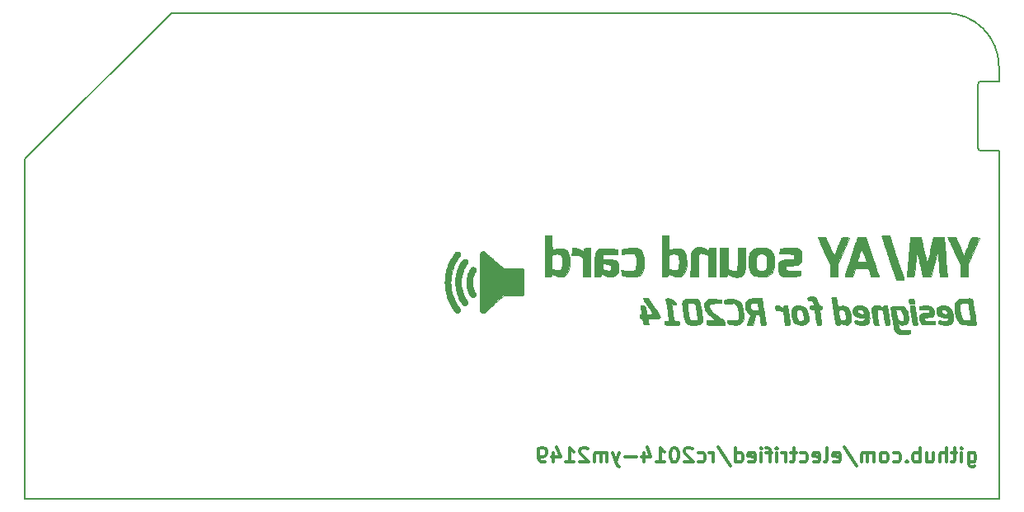
<source format=gbr>
G04 #@! TF.GenerationSoftware,KiCad,Pcbnew,5.1.6*
G04 #@! TF.CreationDate,2020-07-01T19:59:56+01:00*
G04 #@! TF.ProjectId,rc2014-ym2149,72633230-3134-42d7-996d-323134392e6b,5*
G04 #@! TF.SameCoordinates,Original*
G04 #@! TF.FileFunction,Legend,Bot*
G04 #@! TF.FilePolarity,Positive*
%FSLAX46Y46*%
G04 Gerber Fmt 4.6, Leading zero omitted, Abs format (unit mm)*
G04 Created by KiCad (PCBNEW 5.1.6) date 2020-07-01 19:59:56*
%MOMM*%
%LPD*%
G01*
G04 APERTURE LIST*
G04 #@! TA.AperFunction,Profile*
%ADD10C,0.150000*%
G04 #@! TD*
%ADD11C,0.300000*%
%ADD12C,0.010000*%
G04 APERTURE END LIST*
D10*
X160500000Y-121539000D02*
X160500000Y-120000000D01*
X158369000Y-121793000D02*
X158369000Y-128397000D01*
X158369000Y-121793000D02*
G75*
G02*
X158623000Y-121539000I254000J0D01*
G01*
X158623000Y-128651000D02*
G75*
G02*
X158369000Y-128397000I0J254000D01*
G01*
X160500000Y-121539000D02*
X158623000Y-121539000D01*
X160500000Y-128651000D02*
X158623000Y-128651000D01*
X160500000Y-120000000D02*
G75*
G03*
X155000000Y-114500000I-5500000J0D01*
G01*
D11*
X157386000Y-159698571D02*
X157386000Y-160912857D01*
X157457428Y-161055714D01*
X157528857Y-161127142D01*
X157671714Y-161198571D01*
X157886000Y-161198571D01*
X158028857Y-161127142D01*
X157386000Y-160627142D02*
X157528857Y-160698571D01*
X157814571Y-160698571D01*
X157957428Y-160627142D01*
X158028857Y-160555714D01*
X158100285Y-160412857D01*
X158100285Y-159984285D01*
X158028857Y-159841428D01*
X157957428Y-159770000D01*
X157814571Y-159698571D01*
X157528857Y-159698571D01*
X157386000Y-159770000D01*
X156671714Y-160698571D02*
X156671714Y-159698571D01*
X156671714Y-159198571D02*
X156743142Y-159270000D01*
X156671714Y-159341428D01*
X156600285Y-159270000D01*
X156671714Y-159198571D01*
X156671714Y-159341428D01*
X156171714Y-159698571D02*
X155600285Y-159698571D01*
X155957428Y-159198571D02*
X155957428Y-160484285D01*
X155886000Y-160627142D01*
X155743142Y-160698571D01*
X155600285Y-160698571D01*
X155100285Y-160698571D02*
X155100285Y-159198571D01*
X154457428Y-160698571D02*
X154457428Y-159912857D01*
X154528857Y-159770000D01*
X154671714Y-159698571D01*
X154886000Y-159698571D01*
X155028857Y-159770000D01*
X155100285Y-159841428D01*
X153100285Y-159698571D02*
X153100285Y-160698571D01*
X153743142Y-159698571D02*
X153743142Y-160484285D01*
X153671714Y-160627142D01*
X153528857Y-160698571D01*
X153314571Y-160698571D01*
X153171714Y-160627142D01*
X153100285Y-160555714D01*
X152386000Y-160698571D02*
X152386000Y-159198571D01*
X152386000Y-159770000D02*
X152243142Y-159698571D01*
X151957428Y-159698571D01*
X151814571Y-159770000D01*
X151743142Y-159841428D01*
X151671714Y-159984285D01*
X151671714Y-160412857D01*
X151743142Y-160555714D01*
X151814571Y-160627142D01*
X151957428Y-160698571D01*
X152243142Y-160698571D01*
X152386000Y-160627142D01*
X151028857Y-160555714D02*
X150957428Y-160627142D01*
X151028857Y-160698571D01*
X151100285Y-160627142D01*
X151028857Y-160555714D01*
X151028857Y-160698571D01*
X149671714Y-160627142D02*
X149814571Y-160698571D01*
X150100285Y-160698571D01*
X150243142Y-160627142D01*
X150314571Y-160555714D01*
X150386000Y-160412857D01*
X150386000Y-159984285D01*
X150314571Y-159841428D01*
X150243142Y-159770000D01*
X150100285Y-159698571D01*
X149814571Y-159698571D01*
X149671714Y-159770000D01*
X148814571Y-160698571D02*
X148957428Y-160627142D01*
X149028857Y-160555714D01*
X149100285Y-160412857D01*
X149100285Y-159984285D01*
X149028857Y-159841428D01*
X148957428Y-159770000D01*
X148814571Y-159698571D01*
X148600285Y-159698571D01*
X148457428Y-159770000D01*
X148386000Y-159841428D01*
X148314571Y-159984285D01*
X148314571Y-160412857D01*
X148386000Y-160555714D01*
X148457428Y-160627142D01*
X148600285Y-160698571D01*
X148814571Y-160698571D01*
X147671714Y-160698571D02*
X147671714Y-159698571D01*
X147671714Y-159841428D02*
X147600285Y-159770000D01*
X147457428Y-159698571D01*
X147243142Y-159698571D01*
X147100285Y-159770000D01*
X147028857Y-159912857D01*
X147028857Y-160698571D01*
X147028857Y-159912857D02*
X146957428Y-159770000D01*
X146814571Y-159698571D01*
X146600285Y-159698571D01*
X146457428Y-159770000D01*
X146386000Y-159912857D01*
X146386000Y-160698571D01*
X144600285Y-159127142D02*
X145886000Y-161055714D01*
X143528857Y-160627142D02*
X143671714Y-160698571D01*
X143957428Y-160698571D01*
X144100285Y-160627142D01*
X144171714Y-160484285D01*
X144171714Y-159912857D01*
X144100285Y-159770000D01*
X143957428Y-159698571D01*
X143671714Y-159698571D01*
X143528857Y-159770000D01*
X143457428Y-159912857D01*
X143457428Y-160055714D01*
X144171714Y-160198571D01*
X142600285Y-160698571D02*
X142743142Y-160627142D01*
X142814571Y-160484285D01*
X142814571Y-159198571D01*
X141457428Y-160627142D02*
X141600285Y-160698571D01*
X141886000Y-160698571D01*
X142028857Y-160627142D01*
X142100285Y-160484285D01*
X142100285Y-159912857D01*
X142028857Y-159770000D01*
X141886000Y-159698571D01*
X141600285Y-159698571D01*
X141457428Y-159770000D01*
X141386000Y-159912857D01*
X141386000Y-160055714D01*
X142100285Y-160198571D01*
X140100285Y-160627142D02*
X140243142Y-160698571D01*
X140528857Y-160698571D01*
X140671714Y-160627142D01*
X140743142Y-160555714D01*
X140814571Y-160412857D01*
X140814571Y-159984285D01*
X140743142Y-159841428D01*
X140671714Y-159770000D01*
X140528857Y-159698571D01*
X140243142Y-159698571D01*
X140100285Y-159770000D01*
X139671714Y-159698571D02*
X139100285Y-159698571D01*
X139457428Y-159198571D02*
X139457428Y-160484285D01*
X139386000Y-160627142D01*
X139243142Y-160698571D01*
X139100285Y-160698571D01*
X138600285Y-160698571D02*
X138600285Y-159698571D01*
X138600285Y-159984285D02*
X138528857Y-159841428D01*
X138457428Y-159770000D01*
X138314571Y-159698571D01*
X138171714Y-159698571D01*
X137671714Y-160698571D02*
X137671714Y-159698571D01*
X137671714Y-159198571D02*
X137743142Y-159270000D01*
X137671714Y-159341428D01*
X137600285Y-159270000D01*
X137671714Y-159198571D01*
X137671714Y-159341428D01*
X137171714Y-159698571D02*
X136600285Y-159698571D01*
X136957428Y-160698571D02*
X136957428Y-159412857D01*
X136886000Y-159270000D01*
X136743142Y-159198571D01*
X136600285Y-159198571D01*
X136100285Y-160698571D02*
X136100285Y-159698571D01*
X136100285Y-159198571D02*
X136171714Y-159270000D01*
X136100285Y-159341428D01*
X136028857Y-159270000D01*
X136100285Y-159198571D01*
X136100285Y-159341428D01*
X134814571Y-160627142D02*
X134957428Y-160698571D01*
X135243142Y-160698571D01*
X135386000Y-160627142D01*
X135457428Y-160484285D01*
X135457428Y-159912857D01*
X135386000Y-159770000D01*
X135243142Y-159698571D01*
X134957428Y-159698571D01*
X134814571Y-159770000D01*
X134743142Y-159912857D01*
X134743142Y-160055714D01*
X135457428Y-160198571D01*
X133457428Y-160698571D02*
X133457428Y-159198571D01*
X133457428Y-160627142D02*
X133600285Y-160698571D01*
X133885999Y-160698571D01*
X134028857Y-160627142D01*
X134100285Y-160555714D01*
X134171714Y-160412857D01*
X134171714Y-159984285D01*
X134100285Y-159841428D01*
X134028857Y-159770000D01*
X133885999Y-159698571D01*
X133600285Y-159698571D01*
X133457428Y-159770000D01*
X131671714Y-159127142D02*
X132957428Y-161055714D01*
X131171714Y-160698571D02*
X131171714Y-159698571D01*
X131171714Y-159984285D02*
X131100285Y-159841428D01*
X131028857Y-159770000D01*
X130885999Y-159698571D01*
X130743142Y-159698571D01*
X129600285Y-160627142D02*
X129743142Y-160698571D01*
X130028857Y-160698571D01*
X130171714Y-160627142D01*
X130243142Y-160555714D01*
X130314571Y-160412857D01*
X130314571Y-159984285D01*
X130243142Y-159841428D01*
X130171714Y-159770000D01*
X130028857Y-159698571D01*
X129743142Y-159698571D01*
X129600285Y-159770000D01*
X129028857Y-159341428D02*
X128957428Y-159270000D01*
X128814571Y-159198571D01*
X128457428Y-159198571D01*
X128314571Y-159270000D01*
X128243142Y-159341428D01*
X128171714Y-159484285D01*
X128171714Y-159627142D01*
X128243142Y-159841428D01*
X129100285Y-160698571D01*
X128171714Y-160698571D01*
X127243142Y-159198571D02*
X127100285Y-159198571D01*
X126957428Y-159270000D01*
X126885999Y-159341428D01*
X126814571Y-159484285D01*
X126743142Y-159770000D01*
X126743142Y-160127142D01*
X126814571Y-160412857D01*
X126885999Y-160555714D01*
X126957428Y-160627142D01*
X127100285Y-160698571D01*
X127243142Y-160698571D01*
X127385999Y-160627142D01*
X127457428Y-160555714D01*
X127528857Y-160412857D01*
X127600285Y-160127142D01*
X127600285Y-159770000D01*
X127528857Y-159484285D01*
X127457428Y-159341428D01*
X127385999Y-159270000D01*
X127243142Y-159198571D01*
X125314571Y-160698571D02*
X126171714Y-160698571D01*
X125743142Y-160698571D02*
X125743142Y-159198571D01*
X125885999Y-159412857D01*
X126028857Y-159555714D01*
X126171714Y-159627142D01*
X124028857Y-159698571D02*
X124028857Y-160698571D01*
X124385999Y-159127142D02*
X124743142Y-160198571D01*
X123814571Y-160198571D01*
X123243142Y-160127142D02*
X122100285Y-160127142D01*
X121528857Y-159698571D02*
X121171714Y-160698571D01*
X120814571Y-159698571D02*
X121171714Y-160698571D01*
X121314571Y-161055714D01*
X121385999Y-161127142D01*
X121528857Y-161198571D01*
X120243142Y-160698571D02*
X120243142Y-159698571D01*
X120243142Y-159841428D02*
X120171714Y-159770000D01*
X120028857Y-159698571D01*
X119814571Y-159698571D01*
X119671714Y-159770000D01*
X119600285Y-159912857D01*
X119600285Y-160698571D01*
X119600285Y-159912857D02*
X119528857Y-159770000D01*
X119385999Y-159698571D01*
X119171714Y-159698571D01*
X119028857Y-159770000D01*
X118957428Y-159912857D01*
X118957428Y-160698571D01*
X118314571Y-159341428D02*
X118243142Y-159270000D01*
X118100285Y-159198571D01*
X117743142Y-159198571D01*
X117600285Y-159270000D01*
X117528857Y-159341428D01*
X117457428Y-159484285D01*
X117457428Y-159627142D01*
X117528857Y-159841428D01*
X118385999Y-160698571D01*
X117457428Y-160698571D01*
X116028857Y-160698571D02*
X116885999Y-160698571D01*
X116457428Y-160698571D02*
X116457428Y-159198571D01*
X116600285Y-159412857D01*
X116743142Y-159555714D01*
X116885999Y-159627142D01*
X114743142Y-159698571D02*
X114743142Y-160698571D01*
X115100285Y-159127142D02*
X115457428Y-160198571D01*
X114528857Y-160198571D01*
X113885999Y-160698571D02*
X113600285Y-160698571D01*
X113457428Y-160627142D01*
X113385999Y-160555714D01*
X113243142Y-160341428D01*
X113171714Y-160055714D01*
X113171714Y-159484285D01*
X113243142Y-159341428D01*
X113314571Y-159270000D01*
X113457428Y-159198571D01*
X113743142Y-159198571D01*
X113885999Y-159270000D01*
X113957428Y-159341428D01*
X114028857Y-159484285D01*
X114028857Y-159841428D01*
X113957428Y-159984285D01*
X113885999Y-160055714D01*
X113743142Y-160127142D01*
X113457428Y-160127142D01*
X113314571Y-160055714D01*
X113243142Y-159984285D01*
X113171714Y-159841428D01*
D10*
X60500000Y-129500000D02*
X75500000Y-114500000D01*
X60500000Y-164500000D02*
X160500000Y-164500000D01*
X60500000Y-129500000D02*
X60500000Y-164500000D01*
X155000000Y-114500000D02*
X75500000Y-114500000D01*
X160500000Y-164500000D02*
X160500000Y-128651000D01*
D12*
G36*
X151498574Y-143902545D02*
G01*
X151353674Y-143904971D01*
X151278366Y-143920378D01*
X151249882Y-143960956D01*
X151245454Y-144038084D01*
X151261674Y-144184699D01*
X151290493Y-144292084D01*
X151332457Y-144367923D01*
X151401889Y-144401185D01*
X151530611Y-144406941D01*
X151532948Y-144406899D01*
X151669492Y-144399443D01*
X151770204Y-144385260D01*
X151788011Y-144379986D01*
X151825355Y-144320810D01*
X151822648Y-144245087D01*
X151787019Y-144071728D01*
X151757099Y-143969278D01*
X151715392Y-143919244D01*
X151644402Y-143903134D01*
X151526634Y-143902456D01*
X151498574Y-143902545D01*
G37*
X151498574Y-143902545D02*
X151353674Y-143904971D01*
X151278366Y-143920378D01*
X151249882Y-143960956D01*
X151245454Y-144038084D01*
X151261674Y-144184699D01*
X151290493Y-144292084D01*
X151332457Y-144367923D01*
X151401889Y-144401185D01*
X151530611Y-144406941D01*
X151532948Y-144406899D01*
X151669492Y-144399443D01*
X151770204Y-144385260D01*
X151788011Y-144379986D01*
X151825355Y-144320810D01*
X151822648Y-144245087D01*
X151787019Y-144071728D01*
X151757099Y-143969278D01*
X151715392Y-143919244D01*
X151644402Y-143903134D01*
X151526634Y-143902456D01*
X151498574Y-143902545D01*
G36*
X124024907Y-143983363D02*
G01*
X124079942Y-144068182D01*
X124170488Y-144208959D01*
X124286235Y-144389549D01*
X124416876Y-144593803D01*
X124552102Y-144805574D01*
X124681605Y-145008717D01*
X124795076Y-145187083D01*
X124882208Y-145324525D01*
X124932691Y-145404897D01*
X124938870Y-145415000D01*
X124935379Y-145446580D01*
X124869645Y-145464794D01*
X124729079Y-145472207D01*
X124655655Y-145472727D01*
X124337859Y-145472727D01*
X124288836Y-145156011D01*
X124239750Y-144910412D01*
X124176096Y-144744437D01*
X124088804Y-144645511D01*
X123968801Y-144601059D01*
X123884326Y-144595272D01*
X123688730Y-144595272D01*
X123748663Y-144930091D01*
X123787917Y-145159753D01*
X123807227Y-145313823D01*
X123805203Y-145407188D01*
X123780454Y-145454738D01*
X123731590Y-145471361D01*
X123698000Y-145472727D01*
X123621516Y-145483914D01*
X123588180Y-145530738D01*
X123591547Y-145633091D01*
X123610906Y-145741533D01*
X123657286Y-145854613D01*
X123754018Y-145908252D01*
X123769534Y-145911951D01*
X123834483Y-145930059D01*
X123878692Y-145962439D01*
X123910814Y-146027703D01*
X123939502Y-146144462D01*
X123973411Y-146331328D01*
X123978651Y-146361727D01*
X124008461Y-146534909D01*
X124516461Y-146534909D01*
X124486651Y-146361727D01*
X124459251Y-146207850D01*
X124433157Y-146069134D01*
X124431660Y-146061545D01*
X124406479Y-145934545D01*
X125026190Y-145934545D01*
X125270418Y-145934558D01*
X125459131Y-145929050D01*
X125593047Y-145909697D01*
X125672881Y-145868178D01*
X125699350Y-145796170D01*
X125673169Y-145685350D01*
X125595056Y-145527397D01*
X125465725Y-145313988D01*
X125285894Y-145036800D01*
X125124551Y-144791545D01*
X124509923Y-143856363D01*
X123941377Y-143856363D01*
X124024907Y-143983363D01*
G37*
X124024907Y-143983363D02*
X124079942Y-144068182D01*
X124170488Y-144208959D01*
X124286235Y-144389549D01*
X124416876Y-144593803D01*
X124552102Y-144805574D01*
X124681605Y-145008717D01*
X124795076Y-145187083D01*
X124882208Y-145324525D01*
X124932691Y-145404897D01*
X124938870Y-145415000D01*
X124935379Y-145446580D01*
X124869645Y-145464794D01*
X124729079Y-145472207D01*
X124655655Y-145472727D01*
X124337859Y-145472727D01*
X124288836Y-145156011D01*
X124239750Y-144910412D01*
X124176096Y-144744437D01*
X124088804Y-144645511D01*
X123968801Y-144601059D01*
X123884326Y-144595272D01*
X123688730Y-144595272D01*
X123748663Y-144930091D01*
X123787917Y-145159753D01*
X123807227Y-145313823D01*
X123805203Y-145407188D01*
X123780454Y-145454738D01*
X123731590Y-145471361D01*
X123698000Y-145472727D01*
X123621516Y-145483914D01*
X123588180Y-145530738D01*
X123591547Y-145633091D01*
X123610906Y-145741533D01*
X123657286Y-145854613D01*
X123754018Y-145908252D01*
X123769534Y-145911951D01*
X123834483Y-145930059D01*
X123878692Y-145962439D01*
X123910814Y-146027703D01*
X123939502Y-146144462D01*
X123973411Y-146331328D01*
X123978651Y-146361727D01*
X124008461Y-146534909D01*
X124516461Y-146534909D01*
X124486651Y-146361727D01*
X124459251Y-146207850D01*
X124433157Y-146069134D01*
X124431660Y-146061545D01*
X124406479Y-145934545D01*
X125026190Y-145934545D01*
X125270418Y-145934558D01*
X125459131Y-145929050D01*
X125593047Y-145909697D01*
X125672881Y-145868178D01*
X125699350Y-145796170D01*
X125673169Y-145685350D01*
X125595056Y-145527397D01*
X125465725Y-145313988D01*
X125285894Y-145036800D01*
X125124551Y-144791545D01*
X124509923Y-143856363D01*
X123941377Y-143856363D01*
X124024907Y-143983363D01*
G36*
X126383023Y-143858105D02*
G01*
X126304716Y-143870233D01*
X126278745Y-143903105D01*
X126285098Y-143967076D01*
X126288262Y-143983363D01*
X126313687Y-144124869D01*
X126346261Y-144323404D01*
X126383760Y-144563515D01*
X126423960Y-144829747D01*
X126464639Y-145106644D01*
X126503572Y-145378753D01*
X126538536Y-145630619D01*
X126567308Y-145846786D01*
X126587665Y-146011801D01*
X126597383Y-146110209D01*
X126597201Y-146130818D01*
X126544400Y-146150832D01*
X126430128Y-146163342D01*
X126350729Y-146165454D01*
X126214270Y-146169762D01*
X126146661Y-146189801D01*
X126124525Y-146236245D01*
X126123176Y-146269363D01*
X126136286Y-146403110D01*
X126151653Y-146477181D01*
X126164648Y-146515218D01*
X126189076Y-146542616D01*
X126238425Y-146561120D01*
X126326182Y-146572474D01*
X126465834Y-146578424D01*
X126670871Y-146580715D01*
X126954779Y-146581090D01*
X126954881Y-146581091D01*
X127239451Y-146580414D01*
X127444210Y-146577494D01*
X127581704Y-146570996D01*
X127664481Y-146559584D01*
X127705088Y-146541923D01*
X127716073Y-146516677D01*
X127714276Y-146500272D01*
X127680069Y-146329266D01*
X127649602Y-146229154D01*
X127604866Y-146181062D01*
X127527852Y-146166119D01*
X127400551Y-146165451D01*
X127394777Y-146165454D01*
X127241569Y-146158960D01*
X127158005Y-146135130D01*
X127122004Y-146087442D01*
X127121150Y-146084636D01*
X127102987Y-146001081D01*
X127076483Y-145852027D01*
X127044252Y-145655179D01*
X127008903Y-145428245D01*
X126973049Y-145188931D01*
X126939301Y-144954946D01*
X126910270Y-144743995D01*
X126888568Y-144573787D01*
X126876806Y-144462027D01*
X126876565Y-144426222D01*
X126927762Y-144427605D01*
X127019692Y-144455435D01*
X127193983Y-144502282D01*
X127312292Y-144492022D01*
X127366279Y-144426004D01*
X127368747Y-144399000D01*
X127354719Y-144293574D01*
X127301386Y-144214052D01*
X127189299Y-144137515D01*
X127112365Y-144096851D01*
X126983466Y-144022483D01*
X126884956Y-143949889D01*
X126864256Y-143929011D01*
X126782436Y-143880894D01*
X126630870Y-143858700D01*
X126533681Y-143856363D01*
X126383023Y-143858105D01*
G37*
X126383023Y-143858105D02*
X126304716Y-143870233D01*
X126278745Y-143903105D01*
X126285098Y-143967076D01*
X126288262Y-143983363D01*
X126313687Y-144124869D01*
X126346261Y-144323404D01*
X126383760Y-144563515D01*
X126423960Y-144829747D01*
X126464639Y-145106644D01*
X126503572Y-145378753D01*
X126538536Y-145630619D01*
X126567308Y-145846786D01*
X126587665Y-146011801D01*
X126597383Y-146110209D01*
X126597201Y-146130818D01*
X126544400Y-146150832D01*
X126430128Y-146163342D01*
X126350729Y-146165454D01*
X126214270Y-146169762D01*
X126146661Y-146189801D01*
X126124525Y-146236245D01*
X126123176Y-146269363D01*
X126136286Y-146403110D01*
X126151653Y-146477181D01*
X126164648Y-146515218D01*
X126189076Y-146542616D01*
X126238425Y-146561120D01*
X126326182Y-146572474D01*
X126465834Y-146578424D01*
X126670871Y-146580715D01*
X126954779Y-146581090D01*
X126954881Y-146581091D01*
X127239451Y-146580414D01*
X127444210Y-146577494D01*
X127581704Y-146570996D01*
X127664481Y-146559584D01*
X127705088Y-146541923D01*
X127716073Y-146516677D01*
X127714276Y-146500272D01*
X127680069Y-146329266D01*
X127649602Y-146229154D01*
X127604866Y-146181062D01*
X127527852Y-146166119D01*
X127400551Y-146165451D01*
X127394777Y-146165454D01*
X127241569Y-146158960D01*
X127158005Y-146135130D01*
X127122004Y-146087442D01*
X127121150Y-146084636D01*
X127102987Y-146001081D01*
X127076483Y-145852027D01*
X127044252Y-145655179D01*
X127008903Y-145428245D01*
X126973049Y-145188931D01*
X126939301Y-144954946D01*
X126910270Y-144743995D01*
X126888568Y-144573787D01*
X126876806Y-144462027D01*
X126876565Y-144426222D01*
X126927762Y-144427605D01*
X127019692Y-144455435D01*
X127193983Y-144502282D01*
X127312292Y-144492022D01*
X127366279Y-144426004D01*
X127368747Y-144399000D01*
X127354719Y-144293574D01*
X127301386Y-144214052D01*
X127189299Y-144137515D01*
X127112365Y-144096851D01*
X126983466Y-144022483D01*
X126884956Y-143949889D01*
X126864256Y-143929011D01*
X126782436Y-143880894D01*
X126630870Y-143858700D01*
X126533681Y-143856363D01*
X126383023Y-143858105D01*
G36*
X128104575Y-144030274D02*
G01*
X128047323Y-144101214D01*
X128006685Y-144175784D01*
X127982485Y-144266931D01*
X127974545Y-144387601D01*
X127982685Y-144550740D01*
X128006729Y-144769295D01*
X128046498Y-145056213D01*
X128086763Y-145325542D01*
X128142801Y-145671562D01*
X128195732Y-145938189D01*
X128250292Y-146138061D01*
X128311221Y-146283814D01*
X128383256Y-146388086D01*
X128471134Y-146463514D01*
X128525611Y-146496041D01*
X128660427Y-146539226D01*
X128859133Y-146568018D01*
X129094334Y-146582083D01*
X129338634Y-146581093D01*
X129564636Y-146564717D01*
X129744944Y-146532622D01*
X129807274Y-146511513D01*
X129958731Y-146396886D01*
X130029058Y-146278100D01*
X130052254Y-146214508D01*
X130066116Y-146146123D01*
X130069711Y-146058723D01*
X130062105Y-145938084D01*
X130057071Y-145895219D01*
X129535766Y-145895219D01*
X129530343Y-146005842D01*
X129508253Y-146068019D01*
X129482272Y-146088687D01*
X129407842Y-146101555D01*
X129272820Y-146111439D01*
X129135909Y-146115626D01*
X128953050Y-146110044D01*
X128836227Y-146084050D01*
X128763977Y-146035977D01*
X128723032Y-145956256D01*
X128678806Y-145806585D01*
X128634110Y-145606099D01*
X128591752Y-145373935D01*
X128554543Y-145129229D01*
X128525293Y-144891115D01*
X128506811Y-144678729D01*
X128501907Y-144511207D01*
X128513392Y-144407685D01*
X128522222Y-144389596D01*
X128613374Y-144339720D01*
X128761331Y-144315210D01*
X128934349Y-144315168D01*
X129100681Y-144338695D01*
X129228583Y-144384894D01*
X129262909Y-144410545D01*
X129330535Y-144489059D01*
X129355762Y-144537545D01*
X129362636Y-144593839D01*
X129381087Y-144723140D01*
X129408438Y-144907198D01*
X129442014Y-145127763D01*
X129448125Y-145167426D01*
X129495047Y-145486537D01*
X129524131Y-145725626D01*
X129535766Y-145895219D01*
X130057071Y-145895219D01*
X130042362Y-145769985D01*
X130009548Y-145540201D01*
X129962730Y-145234511D01*
X129958860Y-145209621D01*
X129897276Y-144826338D01*
X129839876Y-144524765D01*
X129778232Y-144295115D01*
X129703915Y-144127600D01*
X129608497Y-144012432D01*
X129483548Y-143939823D01*
X129320640Y-143899985D01*
X129111345Y-143883130D01*
X128847233Y-143879471D01*
X128813402Y-143879454D01*
X128239332Y-143879454D01*
X128104575Y-144030274D01*
G37*
X128104575Y-144030274D02*
X128047323Y-144101214D01*
X128006685Y-144175784D01*
X127982485Y-144266931D01*
X127974545Y-144387601D01*
X127982685Y-144550740D01*
X128006729Y-144769295D01*
X128046498Y-145056213D01*
X128086763Y-145325542D01*
X128142801Y-145671562D01*
X128195732Y-145938189D01*
X128250292Y-146138061D01*
X128311221Y-146283814D01*
X128383256Y-146388086D01*
X128471134Y-146463514D01*
X128525611Y-146496041D01*
X128660427Y-146539226D01*
X128859133Y-146568018D01*
X129094334Y-146582083D01*
X129338634Y-146581093D01*
X129564636Y-146564717D01*
X129744944Y-146532622D01*
X129807274Y-146511513D01*
X129958731Y-146396886D01*
X130029058Y-146278100D01*
X130052254Y-146214508D01*
X130066116Y-146146123D01*
X130069711Y-146058723D01*
X130062105Y-145938084D01*
X130057071Y-145895219D01*
X129535766Y-145895219D01*
X129530343Y-146005842D01*
X129508253Y-146068019D01*
X129482272Y-146088687D01*
X129407842Y-146101555D01*
X129272820Y-146111439D01*
X129135909Y-146115626D01*
X128953050Y-146110044D01*
X128836227Y-146084050D01*
X128763977Y-146035977D01*
X128723032Y-145956256D01*
X128678806Y-145806585D01*
X128634110Y-145606099D01*
X128591752Y-145373935D01*
X128554543Y-145129229D01*
X128525293Y-144891115D01*
X128506811Y-144678729D01*
X128501907Y-144511207D01*
X128513392Y-144407685D01*
X128522222Y-144389596D01*
X128613374Y-144339720D01*
X128761331Y-144315210D01*
X128934349Y-144315168D01*
X129100681Y-144338695D01*
X129228583Y-144384894D01*
X129262909Y-144410545D01*
X129330535Y-144489059D01*
X129355762Y-144537545D01*
X129362636Y-144593839D01*
X129381087Y-144723140D01*
X129408438Y-144907198D01*
X129442014Y-145127763D01*
X129448125Y-145167426D01*
X129495047Y-145486537D01*
X129524131Y-145725626D01*
X129535766Y-145895219D01*
X130057071Y-145895219D01*
X130042362Y-145769985D01*
X130009548Y-145540201D01*
X129962730Y-145234511D01*
X129958860Y-145209621D01*
X129897276Y-144826338D01*
X129839876Y-144524765D01*
X129778232Y-144295115D01*
X129703915Y-144127600D01*
X129608497Y-144012432D01*
X129483548Y-143939823D01*
X129320640Y-143899985D01*
X129111345Y-143883130D01*
X128847233Y-143879471D01*
X128813402Y-143879454D01*
X128239332Y-143879454D01*
X128104575Y-144030274D01*
G36*
X130752056Y-143926288D02*
G01*
X130534873Y-143999895D01*
X130379569Y-144127792D01*
X130313617Y-144229734D01*
X130249633Y-144435492D01*
X130235436Y-144677569D01*
X130270637Y-144914740D01*
X130321370Y-145049797D01*
X130457323Y-145260076D01*
X130654128Y-145489857D01*
X130890505Y-145716391D01*
X131107109Y-145889740D01*
X131390854Y-146096181D01*
X130452096Y-146122631D01*
X130480449Y-146294133D01*
X130499354Y-146422281D01*
X130509013Y-146514595D01*
X130509310Y-146523363D01*
X130531251Y-146544017D01*
X130602774Y-146559488D01*
X130733043Y-146570346D01*
X130931225Y-146577162D01*
X131206485Y-146580507D01*
X131436284Y-146581091D01*
X132362750Y-146581091D01*
X132330912Y-146361727D01*
X132311324Y-146233191D01*
X132297151Y-146151896D01*
X132293446Y-146137763D01*
X132255287Y-146111889D01*
X132157468Y-146046210D01*
X132017132Y-145952226D01*
X131927828Y-145892497D01*
X131664070Y-145706440D01*
X131410345Y-145509701D01*
X131182408Y-145315911D01*
X130996016Y-145138698D01*
X130866925Y-144991690D01*
X130838283Y-144950037D01*
X130757845Y-144766777D01*
X130746265Y-144601295D01*
X130803358Y-144472168D01*
X130843366Y-144436255D01*
X130914532Y-144403076D01*
X131026162Y-144381241D01*
X131194397Y-144368971D01*
X131435382Y-144364484D01*
X131495051Y-144364363D01*
X132044097Y-144364363D01*
X132011748Y-144191181D01*
X131988951Y-144077868D01*
X131972908Y-144013642D01*
X131970803Y-144009134D01*
X131912937Y-143990401D01*
X131786674Y-143968483D01*
X131615789Y-143946095D01*
X131424062Y-143925951D01*
X131235269Y-143910766D01*
X131073186Y-143903254D01*
X131040188Y-143902894D01*
X130752056Y-143926288D01*
G37*
X130752056Y-143926288D02*
X130534873Y-143999895D01*
X130379569Y-144127792D01*
X130313617Y-144229734D01*
X130249633Y-144435492D01*
X130235436Y-144677569D01*
X130270637Y-144914740D01*
X130321370Y-145049797D01*
X130457323Y-145260076D01*
X130654128Y-145489857D01*
X130890505Y-145716391D01*
X131107109Y-145889740D01*
X131390854Y-146096181D01*
X130452096Y-146122631D01*
X130480449Y-146294133D01*
X130499354Y-146422281D01*
X130509013Y-146514595D01*
X130509310Y-146523363D01*
X130531251Y-146544017D01*
X130602774Y-146559488D01*
X130733043Y-146570346D01*
X130931225Y-146577162D01*
X131206485Y-146580507D01*
X131436284Y-146581091D01*
X132362750Y-146581091D01*
X132330912Y-146361727D01*
X132311324Y-146233191D01*
X132297151Y-146151896D01*
X132293446Y-146137763D01*
X132255287Y-146111889D01*
X132157468Y-146046210D01*
X132017132Y-145952226D01*
X131927828Y-145892497D01*
X131664070Y-145706440D01*
X131410345Y-145509701D01*
X131182408Y-145315911D01*
X130996016Y-145138698D01*
X130866925Y-144991690D01*
X130838283Y-144950037D01*
X130757845Y-144766777D01*
X130746265Y-144601295D01*
X130803358Y-144472168D01*
X130843366Y-144436255D01*
X130914532Y-144403076D01*
X131026162Y-144381241D01*
X131194397Y-144368971D01*
X131435382Y-144364484D01*
X131495051Y-144364363D01*
X132044097Y-144364363D01*
X132011748Y-144191181D01*
X131988951Y-144077868D01*
X131972908Y-144013642D01*
X131970803Y-144009134D01*
X131912937Y-143990401D01*
X131786674Y-143968483D01*
X131615789Y-143946095D01*
X131424062Y-143925951D01*
X131235269Y-143910766D01*
X131073186Y-143903254D01*
X131040188Y-143902894D01*
X130752056Y-143926288D01*
G36*
X132914326Y-143911033D02*
G01*
X132707943Y-143932111D01*
X132519634Y-143962753D01*
X132374333Y-143998921D01*
X132297765Y-144035762D01*
X132279516Y-144103457D01*
X132285664Y-144218944D01*
X132289481Y-144241533D01*
X132320678Y-144407824D01*
X132820479Y-144379227D01*
X133320281Y-144350630D01*
X133458865Y-144489215D01*
X133588540Y-144675398D01*
X133685188Y-144934508D01*
X133744569Y-145251711D01*
X133762542Y-145551651D01*
X133760483Y-145763332D01*
X133741040Y-145911576D01*
X133690366Y-146007667D01*
X133594612Y-146062887D01*
X133439932Y-146088520D01*
X133212477Y-146095848D01*
X133094228Y-146096181D01*
X132867488Y-146096962D01*
X132718761Y-146104219D01*
X132633701Y-146125322D01*
X132597962Y-146167640D01*
X132597198Y-146238545D01*
X132616322Y-146341704D01*
X132644055Y-146429312D01*
X132700252Y-146481626D01*
X132811527Y-146518428D01*
X132872596Y-146532204D01*
X133090841Y-146564514D01*
X133331316Y-146577252D01*
X133563756Y-146570907D01*
X133757898Y-146545967D01*
X133858000Y-146516320D01*
X134055673Y-146380491D01*
X134194864Y-146174397D01*
X134274547Y-145900091D01*
X134294700Y-145643962D01*
X134282165Y-145422209D01*
X134246207Y-145157231D01*
X134193576Y-144885266D01*
X134131017Y-144642551D01*
X134082229Y-144502909D01*
X133930728Y-144252457D01*
X133716096Y-144065656D01*
X133446703Y-143947684D01*
X133130917Y-143903722D01*
X133113849Y-143903559D01*
X132914326Y-143911033D01*
G37*
X132914326Y-143911033D02*
X132707943Y-143932111D01*
X132519634Y-143962753D01*
X132374333Y-143998921D01*
X132297765Y-144035762D01*
X132279516Y-144103457D01*
X132285664Y-144218944D01*
X132289481Y-144241533D01*
X132320678Y-144407824D01*
X132820479Y-144379227D01*
X133320281Y-144350630D01*
X133458865Y-144489215D01*
X133588540Y-144675398D01*
X133685188Y-144934508D01*
X133744569Y-145251711D01*
X133762542Y-145551651D01*
X133760483Y-145763332D01*
X133741040Y-145911576D01*
X133690366Y-146007667D01*
X133594612Y-146062887D01*
X133439932Y-146088520D01*
X133212477Y-146095848D01*
X133094228Y-146096181D01*
X132867488Y-146096962D01*
X132718761Y-146104219D01*
X132633701Y-146125322D01*
X132597962Y-146167640D01*
X132597198Y-146238545D01*
X132616322Y-146341704D01*
X132644055Y-146429312D01*
X132700252Y-146481626D01*
X132811527Y-146518428D01*
X132872596Y-146532204D01*
X133090841Y-146564514D01*
X133331316Y-146577252D01*
X133563756Y-146570907D01*
X133757898Y-146545967D01*
X133858000Y-146516320D01*
X134055673Y-146380491D01*
X134194864Y-146174397D01*
X134274547Y-145900091D01*
X134294700Y-145643962D01*
X134282165Y-145422209D01*
X134246207Y-145157231D01*
X134193576Y-144885266D01*
X134131017Y-144642551D01*
X134082229Y-144502909D01*
X133930728Y-144252457D01*
X133716096Y-144065656D01*
X133446703Y-143947684D01*
X133130917Y-143903722D01*
X133113849Y-143903559D01*
X132914326Y-143911033D01*
G36*
X135521080Y-143856536D02*
G01*
X135254526Y-143858186D01*
X135062524Y-143864314D01*
X134927297Y-143876931D01*
X134831066Y-143898049D01*
X134756054Y-143929680D01*
X134726856Y-143946428D01*
X134597775Y-144045728D01*
X134517188Y-144167699D01*
X134475886Y-144334536D01*
X134464662Y-144568434D01*
X134464702Y-144578342D01*
X134493074Y-144875623D01*
X134570813Y-145126042D01*
X134691929Y-145316003D01*
X134838364Y-145426545D01*
X134937328Y-145480616D01*
X134987100Y-145523622D01*
X134988455Y-145528362D01*
X134974166Y-145582291D01*
X134934562Y-145704627D01*
X134875791Y-145876937D01*
X134807494Y-146070999D01*
X134625534Y-146581091D01*
X135202810Y-146581091D01*
X135356923Y-146050000D01*
X135511035Y-145518909D01*
X135706677Y-145518909D01*
X135795076Y-145520164D01*
X135857892Y-145533396D01*
X135901971Y-145572803D01*
X135934157Y-145652582D01*
X135961297Y-145786933D01*
X135990236Y-145990053D01*
X136011292Y-146150694D01*
X136067601Y-146581091D01*
X136313619Y-146581091D01*
X136450642Y-146575211D01*
X136540771Y-146560090D01*
X136561478Y-146546454D01*
X136555396Y-146493590D01*
X136537300Y-146361123D01*
X136508876Y-146160790D01*
X136471812Y-145904328D01*
X136427793Y-145603478D01*
X136378507Y-145269975D01*
X136365741Y-145184091D01*
X136353715Y-145103272D01*
X135854300Y-145103272D01*
X135523067Y-145103272D01*
X135322572Y-145094267D01*
X135173280Y-145069517D01*
X135109462Y-145043040D01*
X135044631Y-144951465D01*
X134996047Y-144803988D01*
X134970786Y-144636612D01*
X134975922Y-144485341D01*
X134989623Y-144433192D01*
X135018287Y-144374337D01*
X135063297Y-144339952D01*
X135146753Y-144323506D01*
X135290751Y-144318467D01*
X135378764Y-144318181D01*
X135724178Y-144318181D01*
X135748750Y-144468272D01*
X135771189Y-144604392D01*
X135800034Y-144778179D01*
X135813811Y-144860818D01*
X135854300Y-145103272D01*
X136353715Y-145103272D01*
X136168160Y-143856363D01*
X135521080Y-143856536D01*
G37*
X135521080Y-143856536D02*
X135254526Y-143858186D01*
X135062524Y-143864314D01*
X134927297Y-143876931D01*
X134831066Y-143898049D01*
X134756054Y-143929680D01*
X134726856Y-143946428D01*
X134597775Y-144045728D01*
X134517188Y-144167699D01*
X134475886Y-144334536D01*
X134464662Y-144568434D01*
X134464702Y-144578342D01*
X134493074Y-144875623D01*
X134570813Y-145126042D01*
X134691929Y-145316003D01*
X134838364Y-145426545D01*
X134937328Y-145480616D01*
X134987100Y-145523622D01*
X134988455Y-145528362D01*
X134974166Y-145582291D01*
X134934562Y-145704627D01*
X134875791Y-145876937D01*
X134807494Y-146070999D01*
X134625534Y-146581091D01*
X135202810Y-146581091D01*
X135356923Y-146050000D01*
X135511035Y-145518909D01*
X135706677Y-145518909D01*
X135795076Y-145520164D01*
X135857892Y-145533396D01*
X135901971Y-145572803D01*
X135934157Y-145652582D01*
X135961297Y-145786933D01*
X135990236Y-145990053D01*
X136011292Y-146150694D01*
X136067601Y-146581091D01*
X136313619Y-146581091D01*
X136450642Y-146575211D01*
X136540771Y-146560090D01*
X136561478Y-146546454D01*
X136555396Y-146493590D01*
X136537300Y-146361123D01*
X136508876Y-146160790D01*
X136471812Y-145904328D01*
X136427793Y-145603478D01*
X136378507Y-145269975D01*
X136365741Y-145184091D01*
X136353715Y-145103272D01*
X135854300Y-145103272D01*
X135523067Y-145103272D01*
X135322572Y-145094267D01*
X135173280Y-145069517D01*
X135109462Y-145043040D01*
X135044631Y-144951465D01*
X134996047Y-144803988D01*
X134970786Y-144636612D01*
X134975922Y-144485341D01*
X134989623Y-144433192D01*
X135018287Y-144374337D01*
X135063297Y-144339952D01*
X135146753Y-144323506D01*
X135290751Y-144318467D01*
X135378764Y-144318181D01*
X135724178Y-144318181D01*
X135748750Y-144468272D01*
X135771189Y-144604392D01*
X135800034Y-144778179D01*
X135813811Y-144860818D01*
X135854300Y-145103272D01*
X136353715Y-145103272D01*
X136168160Y-143856363D01*
X135521080Y-143856536D01*
G36*
X137608722Y-144604285D02*
G01*
X137544487Y-144642081D01*
X137525038Y-144726615D01*
X137542392Y-144875286D01*
X137558559Y-144960158D01*
X137590478Y-145059569D01*
X137641353Y-145085324D01*
X137673409Y-145078465D01*
X137817175Y-145065268D01*
X137995832Y-145090381D01*
X138166212Y-145144280D01*
X138279762Y-145212231D01*
X138325189Y-145265559D01*
X138361865Y-145341132D01*
X138394092Y-145455215D01*
X138426172Y-145624071D01*
X138462407Y-145863965D01*
X138473885Y-145946091D01*
X138561655Y-146581091D01*
X138807555Y-146581091D01*
X138953280Y-146575991D01*
X139027842Y-146556110D01*
X139052104Y-146514570D01*
X139052758Y-146500272D01*
X139045637Y-146430842D01*
X139026233Y-146285882D01*
X138996801Y-146081071D01*
X138959599Y-145832091D01*
X138916881Y-145554624D01*
X138914909Y-145542000D01*
X138872221Y-145267271D01*
X138834879Y-145023831D01*
X138805101Y-144826404D01*
X138785106Y-144689712D01*
X138777113Y-144628479D01*
X138777060Y-144627378D01*
X138735375Y-144608391D01*
X138630071Y-144601732D01*
X138557000Y-144604287D01*
X138420150Y-144619778D01*
X138350892Y-144651314D01*
X138324540Y-144710919D01*
X138323428Y-144718082D01*
X138309219Y-144817801D01*
X138115610Y-144707093D01*
X137898476Y-144619682D01*
X137725727Y-144595829D01*
X137608722Y-144604285D01*
G37*
X137608722Y-144604285D02*
X137544487Y-144642081D01*
X137525038Y-144726615D01*
X137542392Y-144875286D01*
X137558559Y-144960158D01*
X137590478Y-145059569D01*
X137641353Y-145085324D01*
X137673409Y-145078465D01*
X137817175Y-145065268D01*
X137995832Y-145090381D01*
X138166212Y-145144280D01*
X138279762Y-145212231D01*
X138325189Y-145265559D01*
X138361865Y-145341132D01*
X138394092Y-145455215D01*
X138426172Y-145624071D01*
X138462407Y-145863965D01*
X138473885Y-145946091D01*
X138561655Y-146581091D01*
X138807555Y-146581091D01*
X138953280Y-146575991D01*
X139027842Y-146556110D01*
X139052104Y-146514570D01*
X139052758Y-146500272D01*
X139045637Y-146430842D01*
X139026233Y-146285882D01*
X138996801Y-146081071D01*
X138959599Y-145832091D01*
X138916881Y-145554624D01*
X138914909Y-145542000D01*
X138872221Y-145267271D01*
X138834879Y-145023831D01*
X138805101Y-144826404D01*
X138785106Y-144689712D01*
X138777113Y-144628479D01*
X138777060Y-144627378D01*
X138735375Y-144608391D01*
X138630071Y-144601732D01*
X138557000Y-144604287D01*
X138420150Y-144619778D01*
X138350892Y-144651314D01*
X138324540Y-144710919D01*
X138323428Y-144718082D01*
X138309219Y-144817801D01*
X138115610Y-144707093D01*
X137898476Y-144619682D01*
X137725727Y-144595829D01*
X137608722Y-144604285D01*
G36*
X139724626Y-144616441D02*
G01*
X139495091Y-144691788D01*
X139322094Y-144820189D01*
X139250408Y-144922997D01*
X139215279Y-145048987D01*
X139197618Y-145236901D01*
X139197276Y-145457995D01*
X139214104Y-145683527D01*
X139247954Y-145884752D01*
X139255541Y-145915041D01*
X139343745Y-146168767D01*
X139461760Y-146349867D01*
X139624396Y-146469595D01*
X139846462Y-146539205D01*
X140115636Y-146568638D01*
X140324654Y-146572996D01*
X140473042Y-146557329D01*
X140591120Y-146517699D01*
X140620353Y-146503113D01*
X140787877Y-146391357D01*
X140892428Y-146255815D01*
X140945244Y-146074726D01*
X140955367Y-145893294D01*
X140468093Y-145893294D01*
X140460947Y-145978274D01*
X140417948Y-146084106D01*
X140340785Y-146141228D01*
X140205838Y-146162970D01*
X140130533Y-146164747D01*
X139983442Y-146149972D01*
X139885800Y-146093848D01*
X139848604Y-146052298D01*
X139793789Y-145944112D01*
X139741231Y-145773803D01*
X139702964Y-145588086D01*
X139675946Y-145402425D01*
X139668641Y-145281310D01*
X139682021Y-145198846D01*
X139717060Y-145129137D01*
X139720413Y-145123969D01*
X139790691Y-145048257D01*
X139891421Y-145015820D01*
X139994089Y-145010909D01*
X140172330Y-145034662D01*
X140271200Y-145096563D01*
X140323608Y-145193064D01*
X140376034Y-145351341D01*
X140421945Y-145541042D01*
X140454808Y-145731811D01*
X140468093Y-145893294D01*
X140955367Y-145893294D01*
X140957805Y-145849602D01*
X140927406Y-145469186D01*
X140842720Y-145154053D01*
X140705776Y-144907914D01*
X140518607Y-144734479D01*
X140295980Y-144640403D01*
X139996367Y-144598021D01*
X139724626Y-144616441D01*
G37*
X139724626Y-144616441D02*
X139495091Y-144691788D01*
X139322094Y-144820189D01*
X139250408Y-144922997D01*
X139215279Y-145048987D01*
X139197618Y-145236901D01*
X139197276Y-145457995D01*
X139214104Y-145683527D01*
X139247954Y-145884752D01*
X139255541Y-145915041D01*
X139343745Y-146168767D01*
X139461760Y-146349867D01*
X139624396Y-146469595D01*
X139846462Y-146539205D01*
X140115636Y-146568638D01*
X140324654Y-146572996D01*
X140473042Y-146557329D01*
X140591120Y-146517699D01*
X140620353Y-146503113D01*
X140787877Y-146391357D01*
X140892428Y-146255815D01*
X140945244Y-146074726D01*
X140955367Y-145893294D01*
X140468093Y-145893294D01*
X140460947Y-145978274D01*
X140417948Y-146084106D01*
X140340785Y-146141228D01*
X140205838Y-146162970D01*
X140130533Y-146164747D01*
X139983442Y-146149972D01*
X139885800Y-146093848D01*
X139848604Y-146052298D01*
X139793789Y-145944112D01*
X139741231Y-145773803D01*
X139702964Y-145588086D01*
X139675946Y-145402425D01*
X139668641Y-145281310D01*
X139682021Y-145198846D01*
X139717060Y-145129137D01*
X139720413Y-145123969D01*
X139790691Y-145048257D01*
X139891421Y-145015820D01*
X139994089Y-145010909D01*
X140172330Y-145034662D01*
X140271200Y-145096563D01*
X140323608Y-145193064D01*
X140376034Y-145351341D01*
X140421945Y-145541042D01*
X140454808Y-145731811D01*
X140468093Y-145893294D01*
X140955367Y-145893294D01*
X140957805Y-145849602D01*
X140927406Y-145469186D01*
X140842720Y-145154053D01*
X140705776Y-144907914D01*
X140518607Y-144734479D01*
X140295980Y-144640403D01*
X139996367Y-144598021D01*
X139724626Y-144616441D01*
G36*
X141185103Y-143687446D02*
G01*
X140997657Y-143705982D01*
X140886967Y-143736212D01*
X140837434Y-143788393D01*
X140833461Y-143872779D01*
X140840391Y-143914091D01*
X140867779Y-143996934D01*
X140926038Y-144033079D01*
X141045469Y-144041090D01*
X141047692Y-144041091D01*
X141237981Y-144060964D01*
X141358215Y-144126774D01*
X141423118Y-144247809D01*
X141431512Y-144283161D01*
X141459797Y-144414074D01*
X141484560Y-144514454D01*
X141485482Y-144562478D01*
X141440040Y-144586785D01*
X141328615Y-144594880D01*
X141273294Y-144595272D01*
X141123574Y-144603700D01*
X141050635Y-144641940D01*
X141039478Y-144729429D01*
X141068380Y-144860818D01*
X141098464Y-144924588D01*
X141161590Y-144955456D01*
X141284551Y-144964544D01*
X141318638Y-144964727D01*
X141402519Y-144963478D01*
X141465399Y-144967610D01*
X141512251Y-144988939D01*
X141548047Y-145039282D01*
X141577760Y-145130456D01*
X141606361Y-145274277D01*
X141638823Y-145482562D01*
X141680119Y-145767128D01*
X141692720Y-145853727D01*
X141798973Y-146581091D01*
X142042577Y-146581091D01*
X142190541Y-146574872D01*
X142265494Y-146552504D01*
X142286182Y-146508734D01*
X142279363Y-146438331D01*
X142260958Y-146297304D01*
X142234046Y-146106221D01*
X142201706Y-145885650D01*
X142167014Y-145656160D01*
X142133051Y-145438319D01*
X142102894Y-145252695D01*
X142079621Y-145119856D01*
X142074104Y-145091727D01*
X142064547Y-145005852D01*
X142100584Y-144971157D01*
X142203966Y-144964727D01*
X142308773Y-144958007D01*
X142346660Y-144918918D01*
X142342984Y-144819064D01*
X142341959Y-144810204D01*
X142316202Y-144701930D01*
X142252309Y-144644269D01*
X142158300Y-144613931D01*
X142063999Y-144584075D01*
X142007753Y-144537742D01*
X141971576Y-144449544D01*
X141939725Y-144305423D01*
X141862314Y-144037164D01*
X141747581Y-143849470D01*
X141586570Y-143735006D01*
X141370323Y-143686436D01*
X141185103Y-143687446D01*
G37*
X141185103Y-143687446D02*
X140997657Y-143705982D01*
X140886967Y-143736212D01*
X140837434Y-143788393D01*
X140833461Y-143872779D01*
X140840391Y-143914091D01*
X140867779Y-143996934D01*
X140926038Y-144033079D01*
X141045469Y-144041090D01*
X141047692Y-144041091D01*
X141237981Y-144060964D01*
X141358215Y-144126774D01*
X141423118Y-144247809D01*
X141431512Y-144283161D01*
X141459797Y-144414074D01*
X141484560Y-144514454D01*
X141485482Y-144562478D01*
X141440040Y-144586785D01*
X141328615Y-144594880D01*
X141273294Y-144595272D01*
X141123574Y-144603700D01*
X141050635Y-144641940D01*
X141039478Y-144729429D01*
X141068380Y-144860818D01*
X141098464Y-144924588D01*
X141161590Y-144955456D01*
X141284551Y-144964544D01*
X141318638Y-144964727D01*
X141402519Y-144963478D01*
X141465399Y-144967610D01*
X141512251Y-144988939D01*
X141548047Y-145039282D01*
X141577760Y-145130456D01*
X141606361Y-145274277D01*
X141638823Y-145482562D01*
X141680119Y-145767128D01*
X141692720Y-145853727D01*
X141798973Y-146581091D01*
X142042577Y-146581091D01*
X142190541Y-146574872D01*
X142265494Y-146552504D01*
X142286182Y-146508734D01*
X142279363Y-146438331D01*
X142260958Y-146297304D01*
X142234046Y-146106221D01*
X142201706Y-145885650D01*
X142167014Y-145656160D01*
X142133051Y-145438319D01*
X142102894Y-145252695D01*
X142079621Y-145119856D01*
X142074104Y-145091727D01*
X142064547Y-145005852D01*
X142100584Y-144971157D01*
X142203966Y-144964727D01*
X142308773Y-144958007D01*
X142346660Y-144918918D01*
X142342984Y-144819064D01*
X142341959Y-144810204D01*
X142316202Y-144701930D01*
X142252309Y-144644269D01*
X142158300Y-144613931D01*
X142063999Y-144584075D01*
X142007753Y-144537742D01*
X141971576Y-144449544D01*
X141939725Y-144305423D01*
X141862314Y-144037164D01*
X141747581Y-143849470D01*
X141586570Y-143735006D01*
X141370323Y-143686436D01*
X141185103Y-143687446D01*
G36*
X143326905Y-143738319D02*
G01*
X143302893Y-143776791D01*
X143302182Y-143789970D01*
X143309273Y-143861247D01*
X143329058Y-144006952D01*
X143359297Y-144213163D01*
X143397755Y-144465960D01*
X143442195Y-144751424D01*
X143490380Y-145055632D01*
X143540073Y-145364665D01*
X143589036Y-145664601D01*
X143635034Y-145941521D01*
X143675829Y-146181504D01*
X143709185Y-146370628D01*
X143732864Y-146494974D01*
X143744089Y-146540054D01*
X143802317Y-146565988D01*
X143916241Y-146580181D01*
X143955776Y-146581091D01*
X144083879Y-146570722D01*
X144147587Y-146531887D01*
X144166255Y-146488727D01*
X144182187Y-146429149D01*
X144205143Y-146405323D01*
X144258651Y-146417154D01*
X144366242Y-146464547D01*
X144417047Y-146487713D01*
X144647399Y-146562076D01*
X144858428Y-146573474D01*
X145028259Y-146521166D01*
X145047079Y-146509014D01*
X145179282Y-146362414D01*
X145264011Y-146149650D01*
X145299671Y-145884725D01*
X145294180Y-145773794D01*
X144782479Y-145773794D01*
X144773173Y-145945817D01*
X144738217Y-146070411D01*
X144699182Y-146115505D01*
X144593740Y-146139174D01*
X144444052Y-146131942D01*
X144291381Y-146097816D01*
X144221113Y-146069048D01*
X144180006Y-146008089D01*
X144137640Y-145881177D01*
X144097808Y-145711726D01*
X144064301Y-145523147D01*
X144040913Y-145338856D01*
X144031438Y-145182264D01*
X144039666Y-145076785D01*
X144055574Y-145047162D01*
X144163560Y-145014715D01*
X144312841Y-145009861D01*
X144464517Y-145029454D01*
X144579690Y-145070346D01*
X144606616Y-145091727D01*
X144678202Y-145213309D01*
X144732822Y-145383525D01*
X144768304Y-145578358D01*
X144782479Y-145773794D01*
X145294180Y-145773794D01*
X145284668Y-145581637D01*
X145217405Y-145254389D01*
X145197620Y-145187528D01*
X145083499Y-144920865D01*
X144929811Y-144736665D01*
X144731081Y-144631547D01*
X144481833Y-144602134D01*
X144283237Y-144623204D01*
X144127087Y-144649906D01*
X144023822Y-144655049D01*
X143959173Y-144624521D01*
X143918875Y-144544213D01*
X143888660Y-144400014D01*
X143858110Y-144202727D01*
X143787091Y-143740909D01*
X143544636Y-143726950D01*
X143400505Y-143723520D01*
X143326905Y-143738319D01*
G37*
X143326905Y-143738319D02*
X143302893Y-143776791D01*
X143302182Y-143789970D01*
X143309273Y-143861247D01*
X143329058Y-144006952D01*
X143359297Y-144213163D01*
X143397755Y-144465960D01*
X143442195Y-144751424D01*
X143490380Y-145055632D01*
X143540073Y-145364665D01*
X143589036Y-145664601D01*
X143635034Y-145941521D01*
X143675829Y-146181504D01*
X143709185Y-146370628D01*
X143732864Y-146494974D01*
X143744089Y-146540054D01*
X143802317Y-146565988D01*
X143916241Y-146580181D01*
X143955776Y-146581091D01*
X144083879Y-146570722D01*
X144147587Y-146531887D01*
X144166255Y-146488727D01*
X144182187Y-146429149D01*
X144205143Y-146405323D01*
X144258651Y-146417154D01*
X144366242Y-146464547D01*
X144417047Y-146487713D01*
X144647399Y-146562076D01*
X144858428Y-146573474D01*
X145028259Y-146521166D01*
X145047079Y-146509014D01*
X145179282Y-146362414D01*
X145264011Y-146149650D01*
X145299671Y-145884725D01*
X145294180Y-145773794D01*
X144782479Y-145773794D01*
X144773173Y-145945817D01*
X144738217Y-146070411D01*
X144699182Y-146115505D01*
X144593740Y-146139174D01*
X144444052Y-146131942D01*
X144291381Y-146097816D01*
X144221113Y-146069048D01*
X144180006Y-146008089D01*
X144137640Y-145881177D01*
X144097808Y-145711726D01*
X144064301Y-145523147D01*
X144040913Y-145338856D01*
X144031438Y-145182264D01*
X144039666Y-145076785D01*
X144055574Y-145047162D01*
X144163560Y-145014715D01*
X144312841Y-145009861D01*
X144464517Y-145029454D01*
X144579690Y-145070346D01*
X144606616Y-145091727D01*
X144678202Y-145213309D01*
X144732822Y-145383525D01*
X144768304Y-145578358D01*
X144782479Y-145773794D01*
X145294180Y-145773794D01*
X145284668Y-145581637D01*
X145217405Y-145254389D01*
X145197620Y-145187528D01*
X145083499Y-144920865D01*
X144929811Y-144736665D01*
X144731081Y-144631547D01*
X144481833Y-144602134D01*
X144283237Y-144623204D01*
X144127087Y-144649906D01*
X144023822Y-144655049D01*
X143959173Y-144624521D01*
X143918875Y-144544213D01*
X143888660Y-144400014D01*
X143858110Y-144202727D01*
X143787091Y-143740909D01*
X143544636Y-143726950D01*
X143400505Y-143723520D01*
X143326905Y-143738319D01*
G36*
X145955714Y-144611093D02*
G01*
X145810552Y-144644530D01*
X145624088Y-144743976D01*
X145516005Y-144879589D01*
X145474344Y-145068314D01*
X145472900Y-145122868D01*
X145503738Y-145376460D01*
X145598293Y-145569815D01*
X145760257Y-145705897D01*
X145993321Y-145787673D01*
X146301175Y-145818106D01*
X146338636Y-145818445D01*
X146525652Y-145820313D01*
X146638778Y-145828408D01*
X146696479Y-145847637D01*
X146717220Y-145882909D01*
X146719636Y-145919701D01*
X146687876Y-146031984D01*
X146640678Y-146099269D01*
X146591442Y-146135681D01*
X146520416Y-146156271D01*
X146407731Y-146162960D01*
X146233516Y-146157673D01*
X146109588Y-146150681D01*
X145892200Y-146139048D01*
X145753050Y-146141008D01*
X145678207Y-146164122D01*
X145653742Y-146215948D01*
X145665725Y-146304048D01*
X145685520Y-146380834D01*
X145718367Y-146440764D01*
X145792486Y-146483025D01*
X145929323Y-146517839D01*
X146000400Y-146530924D01*
X146334912Y-146571865D01*
X146621188Y-146571772D01*
X146843810Y-146530943D01*
X146889332Y-146513705D01*
X147038664Y-146422164D01*
X147135496Y-146291750D01*
X147187322Y-146106393D01*
X147201635Y-145850023D01*
X147201591Y-145844133D01*
X147171885Y-145460801D01*
X147146996Y-145363500D01*
X146627272Y-145363500D01*
X146617278Y-145431805D01*
X146570719Y-145463655D01*
X146462732Y-145472522D01*
X146425682Y-145472727D01*
X146211662Y-145437769D01*
X146099859Y-145375005D01*
X146006308Y-145269266D01*
X145989722Y-145155642D01*
X146008275Y-145080279D01*
X146058451Y-145041536D01*
X146166393Y-145023896D01*
X146218006Y-145020135D01*
X146359327Y-145019047D01*
X146448013Y-145048134D01*
X146522276Y-145120897D01*
X146529733Y-145130272D01*
X146598110Y-145248717D01*
X146627260Y-145361759D01*
X146627272Y-145363500D01*
X147146996Y-145363500D01*
X147091029Y-145144709D01*
X146960838Y-144899476D01*
X146783128Y-144728721D01*
X146600542Y-144646065D01*
X146396825Y-144609109D01*
X146168833Y-144597426D01*
X145955714Y-144611093D01*
G37*
X145955714Y-144611093D02*
X145810552Y-144644530D01*
X145624088Y-144743976D01*
X145516005Y-144879589D01*
X145474344Y-145068314D01*
X145472900Y-145122868D01*
X145503738Y-145376460D01*
X145598293Y-145569815D01*
X145760257Y-145705897D01*
X145993321Y-145787673D01*
X146301175Y-145818106D01*
X146338636Y-145818445D01*
X146525652Y-145820313D01*
X146638778Y-145828408D01*
X146696479Y-145847637D01*
X146717220Y-145882909D01*
X146719636Y-145919701D01*
X146687876Y-146031984D01*
X146640678Y-146099269D01*
X146591442Y-146135681D01*
X146520416Y-146156271D01*
X146407731Y-146162960D01*
X146233516Y-146157673D01*
X146109588Y-146150681D01*
X145892200Y-146139048D01*
X145753050Y-146141008D01*
X145678207Y-146164122D01*
X145653742Y-146215948D01*
X145665725Y-146304048D01*
X145685520Y-146380834D01*
X145718367Y-146440764D01*
X145792486Y-146483025D01*
X145929323Y-146517839D01*
X146000400Y-146530924D01*
X146334912Y-146571865D01*
X146621188Y-146571772D01*
X146843810Y-146530943D01*
X146889332Y-146513705D01*
X147038664Y-146422164D01*
X147135496Y-146291750D01*
X147187322Y-146106393D01*
X147201635Y-145850023D01*
X147201591Y-145844133D01*
X147171885Y-145460801D01*
X147146996Y-145363500D01*
X146627272Y-145363500D01*
X146617278Y-145431805D01*
X146570719Y-145463655D01*
X146462732Y-145472522D01*
X146425682Y-145472727D01*
X146211662Y-145437769D01*
X146099859Y-145375005D01*
X146006308Y-145269266D01*
X145989722Y-145155642D01*
X146008275Y-145080279D01*
X146058451Y-145041536D01*
X146166393Y-145023896D01*
X146218006Y-145020135D01*
X146359327Y-145019047D01*
X146448013Y-145048134D01*
X146522276Y-145120897D01*
X146529733Y-145130272D01*
X146598110Y-145248717D01*
X146627260Y-145361759D01*
X146627272Y-145363500D01*
X147146996Y-145363500D01*
X147091029Y-145144709D01*
X146960838Y-144899476D01*
X146783128Y-144728721D01*
X146600542Y-144646065D01*
X146396825Y-144609109D01*
X146168833Y-144597426D01*
X145955714Y-144611093D01*
G36*
X147799461Y-144570281D02*
G01*
X147681908Y-144608892D01*
X147574388Y-144665991D01*
X147499200Y-144741937D01*
X147454166Y-144849653D01*
X147437109Y-145002060D01*
X147445849Y-145212080D01*
X147478211Y-145492634D01*
X147503332Y-145668540D01*
X147548910Y-145979657D01*
X147583648Y-146211365D01*
X147612613Y-146375235D01*
X147640877Y-146482842D01*
X147673507Y-146545758D01*
X147715572Y-146575557D01*
X147772143Y-146583812D01*
X147848287Y-146582095D01*
X147903035Y-146581091D01*
X148155458Y-146581091D01*
X148123691Y-146411760D01*
X148078809Y-146152526D01*
X148038969Y-145885119D01*
X148006077Y-145627095D01*
X147982038Y-145396009D01*
X147968758Y-145209418D01*
X147968140Y-145084877D01*
X147975418Y-145045545D01*
X148049090Y-144983035D01*
X148131290Y-144964727D01*
X148254956Y-144983183D01*
X148396917Y-145028900D01*
X148519884Y-145087395D01*
X148584628Y-145140762D01*
X148601114Y-145200849D01*
X148627302Y-145335289D01*
X148660179Y-145526950D01*
X148696729Y-145758701D01*
X148715459Y-145884384D01*
X148817296Y-146581091D01*
X149061557Y-146581091D01*
X149206703Y-146575926D01*
X149280735Y-146555809D01*
X149304550Y-146513806D01*
X149305121Y-146500272D01*
X149298000Y-146430842D01*
X149278596Y-146285882D01*
X149249165Y-146081071D01*
X149211963Y-145832091D01*
X149169244Y-145554624D01*
X149167272Y-145542000D01*
X149124598Y-145267479D01*
X149087264Y-145024448D01*
X149057488Y-144827576D01*
X149037488Y-144691530D01*
X149029479Y-144630979D01*
X149029424Y-144629909D01*
X148987716Y-144609110D01*
X148883179Y-144596754D01*
X148824021Y-144595272D01*
X148688278Y-144604102D01*
X148617369Y-144637545D01*
X148590000Y-144687636D01*
X148552619Y-144763187D01*
X148496127Y-144766427D01*
X148410625Y-144711184D01*
X148315604Y-144662957D01*
X148171003Y-144613857D01*
X148086295Y-144592197D01*
X147922238Y-144564055D01*
X147799461Y-144570281D01*
G37*
X147799461Y-144570281D02*
X147681908Y-144608892D01*
X147574388Y-144665991D01*
X147499200Y-144741937D01*
X147454166Y-144849653D01*
X147437109Y-145002060D01*
X147445849Y-145212080D01*
X147478211Y-145492634D01*
X147503332Y-145668540D01*
X147548910Y-145979657D01*
X147583648Y-146211365D01*
X147612613Y-146375235D01*
X147640877Y-146482842D01*
X147673507Y-146545758D01*
X147715572Y-146575557D01*
X147772143Y-146583812D01*
X147848287Y-146582095D01*
X147903035Y-146581091D01*
X148155458Y-146581091D01*
X148123691Y-146411760D01*
X148078809Y-146152526D01*
X148038969Y-145885119D01*
X148006077Y-145627095D01*
X147982038Y-145396009D01*
X147968758Y-145209418D01*
X147968140Y-145084877D01*
X147975418Y-145045545D01*
X148049090Y-144983035D01*
X148131290Y-144964727D01*
X148254956Y-144983183D01*
X148396917Y-145028900D01*
X148519884Y-145087395D01*
X148584628Y-145140762D01*
X148601114Y-145200849D01*
X148627302Y-145335289D01*
X148660179Y-145526950D01*
X148696729Y-145758701D01*
X148715459Y-145884384D01*
X148817296Y-146581091D01*
X149061557Y-146581091D01*
X149206703Y-146575926D01*
X149280735Y-146555809D01*
X149304550Y-146513806D01*
X149305121Y-146500272D01*
X149298000Y-146430842D01*
X149278596Y-146285882D01*
X149249165Y-146081071D01*
X149211963Y-145832091D01*
X149169244Y-145554624D01*
X149167272Y-145542000D01*
X149124598Y-145267479D01*
X149087264Y-145024448D01*
X149057488Y-144827576D01*
X149037488Y-144691530D01*
X149029479Y-144630979D01*
X149029424Y-144629909D01*
X148987716Y-144609110D01*
X148883179Y-144596754D01*
X148824021Y-144595272D01*
X148688278Y-144604102D01*
X148617369Y-144637545D01*
X148590000Y-144687636D01*
X148552619Y-144763187D01*
X148496127Y-144766427D01*
X148410625Y-144711184D01*
X148315604Y-144662957D01*
X148171003Y-144613857D01*
X148086295Y-144592197D01*
X147922238Y-144564055D01*
X147799461Y-144570281D01*
G36*
X151600877Y-144595193D02*
G01*
X151587269Y-144595272D01*
X151443694Y-144598086D01*
X151371983Y-144612734D01*
X151351667Y-144648522D01*
X151358786Y-144699181D01*
X151372938Y-144778095D01*
X151397759Y-144930916D01*
X151430504Y-145140169D01*
X151468428Y-145388378D01*
X151498409Y-145588181D01*
X151546423Y-145914375D01*
X151583413Y-146160659D01*
X151614005Y-146338153D01*
X151642827Y-146457974D01*
X151674506Y-146531241D01*
X151713670Y-146569073D01*
X151764946Y-146582587D01*
X151832961Y-146582902D01*
X151911647Y-146581091D01*
X152055665Y-146576949D01*
X152127197Y-146559935D01*
X152145926Y-146523168D01*
X152142802Y-146500272D01*
X152130376Y-146429386D01*
X152107077Y-146283977D01*
X152075530Y-146080892D01*
X152038358Y-145836981D01*
X152007916Y-145634363D01*
X151958502Y-145299540D01*
X151920388Y-145044883D01*
X151889179Y-144859538D01*
X151860482Y-144732651D01*
X151829902Y-144653368D01*
X151793046Y-144610835D01*
X151745519Y-144594198D01*
X151682927Y-144592602D01*
X151600877Y-144595193D01*
G37*
X151600877Y-144595193D02*
X151587269Y-144595272D01*
X151443694Y-144598086D01*
X151371983Y-144612734D01*
X151351667Y-144648522D01*
X151358786Y-144699181D01*
X151372938Y-144778095D01*
X151397759Y-144930916D01*
X151430504Y-145140169D01*
X151468428Y-145388378D01*
X151498409Y-145588181D01*
X151546423Y-145914375D01*
X151583413Y-146160659D01*
X151614005Y-146338153D01*
X151642827Y-146457974D01*
X151674506Y-146531241D01*
X151713670Y-146569073D01*
X151764946Y-146582587D01*
X151832961Y-146582902D01*
X151911647Y-146581091D01*
X152055665Y-146576949D01*
X152127197Y-146559935D01*
X152145926Y-146523168D01*
X152142802Y-146500272D01*
X152130376Y-146429386D01*
X152107077Y-146283977D01*
X152075530Y-146080892D01*
X152038358Y-145836981D01*
X152007916Y-145634363D01*
X151958502Y-145299540D01*
X151920388Y-145044883D01*
X151889179Y-144859538D01*
X151860482Y-144732651D01*
X151829902Y-144653368D01*
X151793046Y-144610835D01*
X151745519Y-144594198D01*
X151682927Y-144592602D01*
X151600877Y-144595193D01*
G36*
X152718423Y-144605579D02*
G01*
X152502158Y-144627907D01*
X152469272Y-144633354D01*
X152351036Y-144660780D01*
X152298297Y-144704726D01*
X152284843Y-144792666D01*
X152284545Y-144826965D01*
X152284545Y-144987818D01*
X153300545Y-145034000D01*
X153314512Y-145177325D01*
X153328479Y-145320651D01*
X152962479Y-145345738D01*
X152726935Y-145368247D01*
X152565039Y-145402954D01*
X152458169Y-145457912D01*
X152387702Y-145541170D01*
X152355018Y-145608375D01*
X152323260Y-145775032D01*
X152334880Y-145981388D01*
X152382853Y-146191079D01*
X152460157Y-146367743D01*
X152515855Y-146440938D01*
X152577534Y-146495516D01*
X152645338Y-146530429D01*
X152741343Y-146550522D01*
X152887623Y-146560641D01*
X153082139Y-146565252D01*
X153289933Y-146566381D01*
X153473931Y-146563383D01*
X153606936Y-146556881D01*
X153646909Y-146552323D01*
X153808923Y-146522382D01*
X153898981Y-146494108D01*
X153936008Y-146452690D01*
X153938930Y-146383319D01*
X153932929Y-146328497D01*
X153913895Y-146165454D01*
X153409498Y-146165454D01*
X153180783Y-146164204D01*
X153028042Y-146155939D01*
X152934883Y-146133884D01*
X152884918Y-146091265D01*
X152861756Y-146021307D01*
X152850821Y-145934545D01*
X152848850Y-145878439D01*
X152869069Y-145842858D01*
X152929140Y-145821323D01*
X153046725Y-145807353D01*
X153231272Y-145794976D01*
X153418528Y-145779493D01*
X153573830Y-145759359D01*
X153671266Y-145738182D01*
X153686257Y-145731611D01*
X153779359Y-145622730D01*
X153832420Y-145451434D01*
X153839498Y-145241148D01*
X153830237Y-145164071D01*
X153784379Y-144949496D01*
X153720384Y-144805630D01*
X153625395Y-144710970D01*
X153529220Y-144660635D01*
X153392077Y-144626694D01*
X153192091Y-144605711D01*
X152957970Y-144598427D01*
X152718423Y-144605579D01*
G37*
X152718423Y-144605579D02*
X152502158Y-144627907D01*
X152469272Y-144633354D01*
X152351036Y-144660780D01*
X152298297Y-144704726D01*
X152284843Y-144792666D01*
X152284545Y-144826965D01*
X152284545Y-144987818D01*
X153300545Y-145034000D01*
X153314512Y-145177325D01*
X153328479Y-145320651D01*
X152962479Y-145345738D01*
X152726935Y-145368247D01*
X152565039Y-145402954D01*
X152458169Y-145457912D01*
X152387702Y-145541170D01*
X152355018Y-145608375D01*
X152323260Y-145775032D01*
X152334880Y-145981388D01*
X152382853Y-146191079D01*
X152460157Y-146367743D01*
X152515855Y-146440938D01*
X152577534Y-146495516D01*
X152645338Y-146530429D01*
X152741343Y-146550522D01*
X152887623Y-146560641D01*
X153082139Y-146565252D01*
X153289933Y-146566381D01*
X153473931Y-146563383D01*
X153606936Y-146556881D01*
X153646909Y-146552323D01*
X153808923Y-146522382D01*
X153898981Y-146494108D01*
X153936008Y-146452690D01*
X153938930Y-146383319D01*
X153932929Y-146328497D01*
X153913895Y-146165454D01*
X153409498Y-146165454D01*
X153180783Y-146164204D01*
X153028042Y-146155939D01*
X152934883Y-146133884D01*
X152884918Y-146091265D01*
X152861756Y-146021307D01*
X152850821Y-145934545D01*
X152848850Y-145878439D01*
X152869069Y-145842858D01*
X152929140Y-145821323D01*
X153046725Y-145807353D01*
X153231272Y-145794976D01*
X153418528Y-145779493D01*
X153573830Y-145759359D01*
X153671266Y-145738182D01*
X153686257Y-145731611D01*
X153779359Y-145622730D01*
X153832420Y-145451434D01*
X153839498Y-145241148D01*
X153830237Y-145164071D01*
X153784379Y-144949496D01*
X153720384Y-144805630D01*
X153625395Y-144710970D01*
X153529220Y-144660635D01*
X153392077Y-144626694D01*
X153192091Y-144605711D01*
X152957970Y-144598427D01*
X152718423Y-144605579D01*
G36*
X154545532Y-144611093D02*
G01*
X154400370Y-144644530D01*
X154213906Y-144743976D01*
X154105824Y-144879589D01*
X154064162Y-145068314D01*
X154062718Y-145122868D01*
X154093556Y-145376460D01*
X154188112Y-145569815D01*
X154350076Y-145705897D01*
X154583139Y-145787673D01*
X154890993Y-145818106D01*
X154928454Y-145818445D01*
X155115470Y-145820313D01*
X155228596Y-145828408D01*
X155286297Y-145847637D01*
X155307039Y-145882909D01*
X155309454Y-145919701D01*
X155277694Y-146031984D01*
X155230497Y-146099269D01*
X155181260Y-146135681D01*
X155110235Y-146156271D01*
X154997549Y-146162960D01*
X154823334Y-146157673D01*
X154699406Y-146150681D01*
X154482018Y-146139048D01*
X154342868Y-146141008D01*
X154268025Y-146164122D01*
X154243560Y-146215948D01*
X154255544Y-146304048D01*
X154275338Y-146380834D01*
X154308185Y-146440764D01*
X154382304Y-146483025D01*
X154519142Y-146517839D01*
X154590218Y-146530924D01*
X154924730Y-146571865D01*
X155211006Y-146571772D01*
X155433628Y-146530943D01*
X155479150Y-146513705D01*
X155628483Y-146422164D01*
X155725314Y-146291750D01*
X155777140Y-146106393D01*
X155791454Y-145850023D01*
X155791409Y-145844133D01*
X155761703Y-145460801D01*
X155736814Y-145363500D01*
X155217091Y-145363500D01*
X155207096Y-145431805D01*
X155160537Y-145463655D01*
X155052550Y-145472522D01*
X155015501Y-145472727D01*
X154801480Y-145437769D01*
X154689677Y-145375005D01*
X154596126Y-145269266D01*
X154579540Y-145155642D01*
X154598093Y-145080279D01*
X154648270Y-145041536D01*
X154756212Y-145023896D01*
X154807824Y-145020135D01*
X154949145Y-145019047D01*
X155037831Y-145048134D01*
X155112094Y-145120897D01*
X155119551Y-145130272D01*
X155187928Y-145248717D01*
X155217079Y-145361759D01*
X155217091Y-145363500D01*
X155736814Y-145363500D01*
X155680847Y-145144709D01*
X155550656Y-144899476D01*
X155372946Y-144728721D01*
X155190360Y-144646065D01*
X154986643Y-144609109D01*
X154758651Y-144597426D01*
X154545532Y-144611093D01*
G37*
X154545532Y-144611093D02*
X154400370Y-144644530D01*
X154213906Y-144743976D01*
X154105824Y-144879589D01*
X154064162Y-145068314D01*
X154062718Y-145122868D01*
X154093556Y-145376460D01*
X154188112Y-145569815D01*
X154350076Y-145705897D01*
X154583139Y-145787673D01*
X154890993Y-145818106D01*
X154928454Y-145818445D01*
X155115470Y-145820313D01*
X155228596Y-145828408D01*
X155286297Y-145847637D01*
X155307039Y-145882909D01*
X155309454Y-145919701D01*
X155277694Y-146031984D01*
X155230497Y-146099269D01*
X155181260Y-146135681D01*
X155110235Y-146156271D01*
X154997549Y-146162960D01*
X154823334Y-146157673D01*
X154699406Y-146150681D01*
X154482018Y-146139048D01*
X154342868Y-146141008D01*
X154268025Y-146164122D01*
X154243560Y-146215948D01*
X154255544Y-146304048D01*
X154275338Y-146380834D01*
X154308185Y-146440764D01*
X154382304Y-146483025D01*
X154519142Y-146517839D01*
X154590218Y-146530924D01*
X154924730Y-146571865D01*
X155211006Y-146571772D01*
X155433628Y-146530943D01*
X155479150Y-146513705D01*
X155628483Y-146422164D01*
X155725314Y-146291750D01*
X155777140Y-146106393D01*
X155791454Y-145850023D01*
X155791409Y-145844133D01*
X155761703Y-145460801D01*
X155736814Y-145363500D01*
X155217091Y-145363500D01*
X155207096Y-145431805D01*
X155160537Y-145463655D01*
X155052550Y-145472522D01*
X155015501Y-145472727D01*
X154801480Y-145437769D01*
X154689677Y-145375005D01*
X154596126Y-145269266D01*
X154579540Y-145155642D01*
X154598093Y-145080279D01*
X154648270Y-145041536D01*
X154756212Y-145023896D01*
X154807824Y-145020135D01*
X154949145Y-145019047D01*
X155037831Y-145048134D01*
X155112094Y-145120897D01*
X155119551Y-145130272D01*
X155187928Y-145248717D01*
X155217079Y-145361759D01*
X155217091Y-145363500D01*
X155736814Y-145363500D01*
X155680847Y-145144709D01*
X155550656Y-144899476D01*
X155372946Y-144728721D01*
X155190360Y-144646065D01*
X154986643Y-144609109D01*
X154758651Y-144597426D01*
X154545532Y-144611093D01*
G36*
X157243877Y-143861122D02*
G01*
X157088929Y-143864530D01*
X156787931Y-143874451D01*
X156563329Y-143892962D01*
X156399181Y-143926389D01*
X156279546Y-143981060D01*
X156188484Y-144063301D01*
X156110053Y-144179439D01*
X156059909Y-144272943D01*
X155999900Y-144416835D01*
X155967538Y-144574470D01*
X155956291Y-144781054D01*
X155956000Y-144832948D01*
X155980025Y-145243113D01*
X156049120Y-145617754D01*
X156158816Y-145944358D01*
X156304643Y-146210410D01*
X156482131Y-146403395D01*
X156529121Y-146437567D01*
X156602429Y-146483158D01*
X156674168Y-146515971D01*
X156761332Y-146538539D01*
X156880913Y-146553396D01*
X157049907Y-146563073D01*
X157285307Y-146570104D01*
X157441843Y-146573602D01*
X157689826Y-146576511D01*
X157901767Y-146574447D01*
X158062137Y-146567929D01*
X158155407Y-146557475D01*
X158172727Y-146549193D01*
X158165968Y-146491308D01*
X158147163Y-146356660D01*
X158118518Y-146159747D01*
X158105027Y-146068752D01*
X157604285Y-146068752D01*
X157583078Y-146099785D01*
X157515653Y-146114512D01*
X157383706Y-146118988D01*
X157283337Y-146119272D01*
X157048257Y-146108020D01*
X156893070Y-146073187D01*
X156843112Y-146046948D01*
X156712522Y-145905932D01*
X156604613Y-145689795D01*
X156524186Y-145414031D01*
X156476046Y-145094137D01*
X156464000Y-144823908D01*
X156473860Y-144605691D01*
X156513376Y-144460213D01*
X156597449Y-144373285D01*
X156740980Y-144330716D01*
X156958870Y-144318317D01*
X156995091Y-144318181D01*
X157160659Y-144321497D01*
X157283134Y-144330268D01*
X157339944Y-144342729D01*
X157341454Y-144345259D01*
X157348207Y-144402078D01*
X157366608Y-144531950D01*
X157393869Y-144716701D01*
X157427203Y-144938156D01*
X157463824Y-145178140D01*
X157500942Y-145418478D01*
X157535773Y-145640994D01*
X157565527Y-145827514D01*
X157587418Y-145959863D01*
X157597578Y-146015363D01*
X157604285Y-146068752D01*
X158105027Y-146068752D01*
X158082240Y-145915063D01*
X158040537Y-145637104D01*
X157995614Y-145340365D01*
X157949680Y-145039342D01*
X157904941Y-144748531D01*
X157863605Y-144482428D01*
X157827877Y-144255526D01*
X157799965Y-144082323D01*
X157782076Y-143977314D01*
X157778051Y-143956894D01*
X157766064Y-143915046D01*
X157742686Y-143886156D01*
X157693346Y-143868272D01*
X157603477Y-143859439D01*
X157458510Y-143857707D01*
X157243877Y-143861122D01*
G37*
X157243877Y-143861122D02*
X157088929Y-143864530D01*
X156787931Y-143874451D01*
X156563329Y-143892962D01*
X156399181Y-143926389D01*
X156279546Y-143981060D01*
X156188484Y-144063301D01*
X156110053Y-144179439D01*
X156059909Y-144272943D01*
X155999900Y-144416835D01*
X155967538Y-144574470D01*
X155956291Y-144781054D01*
X155956000Y-144832948D01*
X155980025Y-145243113D01*
X156049120Y-145617754D01*
X156158816Y-145944358D01*
X156304643Y-146210410D01*
X156482131Y-146403395D01*
X156529121Y-146437567D01*
X156602429Y-146483158D01*
X156674168Y-146515971D01*
X156761332Y-146538539D01*
X156880913Y-146553396D01*
X157049907Y-146563073D01*
X157285307Y-146570104D01*
X157441843Y-146573602D01*
X157689826Y-146576511D01*
X157901767Y-146574447D01*
X158062137Y-146567929D01*
X158155407Y-146557475D01*
X158172727Y-146549193D01*
X158165968Y-146491308D01*
X158147163Y-146356660D01*
X158118518Y-146159747D01*
X158105027Y-146068752D01*
X157604285Y-146068752D01*
X157583078Y-146099785D01*
X157515653Y-146114512D01*
X157383706Y-146118988D01*
X157283337Y-146119272D01*
X157048257Y-146108020D01*
X156893070Y-146073187D01*
X156843112Y-146046948D01*
X156712522Y-145905932D01*
X156604613Y-145689795D01*
X156524186Y-145414031D01*
X156476046Y-145094137D01*
X156464000Y-144823908D01*
X156473860Y-144605691D01*
X156513376Y-144460213D01*
X156597449Y-144373285D01*
X156740980Y-144330716D01*
X156958870Y-144318317D01*
X156995091Y-144318181D01*
X157160659Y-144321497D01*
X157283134Y-144330268D01*
X157339944Y-144342729D01*
X157341454Y-144345259D01*
X157348207Y-144402078D01*
X157366608Y-144531950D01*
X157393869Y-144716701D01*
X157427203Y-144938156D01*
X157463824Y-145178140D01*
X157500942Y-145418478D01*
X157535773Y-145640994D01*
X157565527Y-145827514D01*
X157587418Y-145959863D01*
X157597578Y-146015363D01*
X157604285Y-146068752D01*
X158105027Y-146068752D01*
X158082240Y-145915063D01*
X158040537Y-145637104D01*
X157995614Y-145340365D01*
X157949680Y-145039342D01*
X157904941Y-144748531D01*
X157863605Y-144482428D01*
X157827877Y-144255526D01*
X157799965Y-144082323D01*
X157782076Y-143977314D01*
X157778051Y-143956894D01*
X157766064Y-143915046D01*
X157742686Y-143886156D01*
X157693346Y-143868272D01*
X157603477Y-143859439D01*
X157458510Y-143857707D01*
X157243877Y-143861122D01*
G36*
X149951183Y-144650497D02*
G01*
X149732102Y-144667477D01*
X149547815Y-144691803D01*
X149419389Y-144720872D01*
X149372924Y-144743682D01*
X149373716Y-144793278D01*
X149387692Y-144918859D01*
X149412505Y-145105364D01*
X149445807Y-145337729D01*
X149485249Y-145600893D01*
X149528486Y-145879792D01*
X149573168Y-146159363D01*
X149616949Y-146424545D01*
X149657481Y-146660274D01*
X149692416Y-146851488D01*
X149719406Y-146983124D01*
X149726449Y-147011983D01*
X149787979Y-147156410D01*
X149886924Y-147308789D01*
X149928022Y-147357821D01*
X150009960Y-147442681D01*
X150081622Y-147493415D01*
X150170571Y-147519379D01*
X150304370Y-147529930D01*
X150444788Y-147533251D01*
X150648072Y-147534052D01*
X150841434Y-147530043D01*
X150984946Y-147522086D01*
X150991454Y-147521467D01*
X151183889Y-147499428D01*
X151301161Y-147473581D01*
X151360295Y-147434406D01*
X151378317Y-147372386D01*
X151375262Y-147306870D01*
X151360909Y-147158363D01*
X150871282Y-147135272D01*
X150620409Y-147117658D01*
X150434014Y-147092346D01*
X150324272Y-147061150D01*
X150308735Y-147051439D01*
X150262989Y-146978037D01*
X150212970Y-146847348D01*
X150169022Y-146693280D01*
X150141490Y-146549745D01*
X150137091Y-146488810D01*
X150174049Y-146477777D01*
X150265926Y-146501892D01*
X150297244Y-146514174D01*
X150536043Y-146575838D01*
X150762800Y-146564659D01*
X150958960Y-146485506D01*
X151105973Y-146343250D01*
X151135042Y-146294250D01*
X151173017Y-146196664D01*
X151192472Y-146073508D01*
X151194777Y-145949222D01*
X150700709Y-145949222D01*
X150686762Y-146075148D01*
X150673151Y-146111232D01*
X150606432Y-146146043D01*
X150483768Y-146162485D01*
X150339684Y-146160781D01*
X150208708Y-146141154D01*
X150129797Y-146107727D01*
X150085302Y-146029335D01*
X150041255Y-145875234D01*
X150002364Y-145661977D01*
X150001705Y-145657454D01*
X149972304Y-145460121D01*
X149944674Y-145283737D01*
X149923699Y-145159232D01*
X149919689Y-145137909D01*
X149909466Y-145065086D01*
X149929654Y-145027319D01*
X150000795Y-145013096D01*
X150143432Y-145010909D01*
X150146359Y-145010909D01*
X150347513Y-145032983D01*
X150488619Y-145108320D01*
X150586365Y-145250596D01*
X150643657Y-145418399D01*
X150677878Y-145590814D01*
X150697321Y-145777766D01*
X150700709Y-145949222D01*
X151194777Y-145949222D01*
X151195676Y-145900766D01*
X151188820Y-145725017D01*
X151172345Y-145499785D01*
X151145726Y-145334590D01*
X151101425Y-145197142D01*
X151032906Y-145056982D01*
X150917541Y-144877800D01*
X150788579Y-144756718D01*
X150625924Y-144683949D01*
X150409479Y-144649703D01*
X150183993Y-144643465D01*
X149951183Y-144650497D01*
G37*
X149951183Y-144650497D02*
X149732102Y-144667477D01*
X149547815Y-144691803D01*
X149419389Y-144720872D01*
X149372924Y-144743682D01*
X149373716Y-144793278D01*
X149387692Y-144918859D01*
X149412505Y-145105364D01*
X149445807Y-145337729D01*
X149485249Y-145600893D01*
X149528486Y-145879792D01*
X149573168Y-146159363D01*
X149616949Y-146424545D01*
X149657481Y-146660274D01*
X149692416Y-146851488D01*
X149719406Y-146983124D01*
X149726449Y-147011983D01*
X149787979Y-147156410D01*
X149886924Y-147308789D01*
X149928022Y-147357821D01*
X150009960Y-147442681D01*
X150081622Y-147493415D01*
X150170571Y-147519379D01*
X150304370Y-147529930D01*
X150444788Y-147533251D01*
X150648072Y-147534052D01*
X150841434Y-147530043D01*
X150984946Y-147522086D01*
X150991454Y-147521467D01*
X151183889Y-147499428D01*
X151301161Y-147473581D01*
X151360295Y-147434406D01*
X151378317Y-147372386D01*
X151375262Y-147306870D01*
X151360909Y-147158363D01*
X150871282Y-147135272D01*
X150620409Y-147117658D01*
X150434014Y-147092346D01*
X150324272Y-147061150D01*
X150308735Y-147051439D01*
X150262989Y-146978037D01*
X150212970Y-146847348D01*
X150169022Y-146693280D01*
X150141490Y-146549745D01*
X150137091Y-146488810D01*
X150174049Y-146477777D01*
X150265926Y-146501892D01*
X150297244Y-146514174D01*
X150536043Y-146575838D01*
X150762800Y-146564659D01*
X150958960Y-146485506D01*
X151105973Y-146343250D01*
X151135042Y-146294250D01*
X151173017Y-146196664D01*
X151192472Y-146073508D01*
X151194777Y-145949222D01*
X150700709Y-145949222D01*
X150686762Y-146075148D01*
X150673151Y-146111232D01*
X150606432Y-146146043D01*
X150483768Y-146162485D01*
X150339684Y-146160781D01*
X150208708Y-146141154D01*
X150129797Y-146107727D01*
X150085302Y-146029335D01*
X150041255Y-145875234D01*
X150002364Y-145661977D01*
X150001705Y-145657454D01*
X149972304Y-145460121D01*
X149944674Y-145283737D01*
X149923699Y-145159232D01*
X149919689Y-145137909D01*
X149909466Y-145065086D01*
X149929654Y-145027319D01*
X150000795Y-145013096D01*
X150143432Y-145010909D01*
X150146359Y-145010909D01*
X150347513Y-145032983D01*
X150488619Y-145108320D01*
X150586365Y-145250596D01*
X150643657Y-145418399D01*
X150677878Y-145590814D01*
X150697321Y-145777766D01*
X150700709Y-145949222D01*
X151194777Y-145949222D01*
X151195676Y-145900766D01*
X151188820Y-145725017D01*
X151172345Y-145499785D01*
X151145726Y-145334590D01*
X151101425Y-145197142D01*
X151032906Y-145056982D01*
X150917541Y-144877800D01*
X150788579Y-144756718D01*
X150625924Y-144683949D01*
X150409479Y-144649703D01*
X150183993Y-144643465D01*
X149951183Y-144650497D01*
G36*
X113861273Y-141593454D02*
G01*
X114180028Y-141593454D01*
X114348441Y-141591449D01*
X114447866Y-141579764D01*
X114501668Y-141549896D01*
X114533215Y-141493343D01*
X114545094Y-141460607D01*
X114591404Y-141327760D01*
X114877446Y-141469536D01*
X115206321Y-141595334D01*
X115508879Y-141634137D01*
X115783492Y-141585835D01*
X115893273Y-141537895D01*
X116093636Y-141380893D01*
X116245621Y-141146054D01*
X116348944Y-140834392D01*
X116403322Y-140446924D01*
X116405212Y-140277129D01*
X115655514Y-140277129D01*
X115627583Y-140548965D01*
X115572356Y-140761054D01*
X115492399Y-140900368D01*
X115462858Y-140926838D01*
X115333762Y-140972691D01*
X115150306Y-140976680D01*
X114939570Y-140940518D01*
X114767016Y-140882784D01*
X114600182Y-140813076D01*
X114600182Y-139383351D01*
X114842636Y-139329751D01*
X115119493Y-139285226D01*
X115327557Y-139295405D01*
X115476062Y-139367448D01*
X115574241Y-139508515D01*
X115631328Y-139725765D01*
X115653583Y-139958574D01*
X115655514Y-140277129D01*
X116405212Y-140277129D01*
X116408470Y-139984666D01*
X116394005Y-139744390D01*
X116345981Y-139395084D01*
X116260619Y-139125162D01*
X116132151Y-138927204D01*
X115954808Y-138793793D01*
X115722822Y-138717511D01*
X115580384Y-138698107D01*
X115352647Y-138699812D01*
X115087532Y-138733794D01*
X114831023Y-138792565D01*
X114681000Y-138844536D01*
X114651236Y-138851140D01*
X114629811Y-138833745D01*
X114615367Y-138780039D01*
X114606546Y-138677706D01*
X114601990Y-138514433D01*
X114600342Y-138277903D01*
X114600182Y-138111668D01*
X114600182Y-137344727D01*
X113861273Y-137344727D01*
X113861273Y-141593454D01*
G37*
X113861273Y-141593454D02*
X114180028Y-141593454D01*
X114348441Y-141591449D01*
X114447866Y-141579764D01*
X114501668Y-141549896D01*
X114533215Y-141493343D01*
X114545094Y-141460607D01*
X114591404Y-141327760D01*
X114877446Y-141469536D01*
X115206321Y-141595334D01*
X115508879Y-141634137D01*
X115783492Y-141585835D01*
X115893273Y-141537895D01*
X116093636Y-141380893D01*
X116245621Y-141146054D01*
X116348944Y-140834392D01*
X116403322Y-140446924D01*
X116405212Y-140277129D01*
X115655514Y-140277129D01*
X115627583Y-140548965D01*
X115572356Y-140761054D01*
X115492399Y-140900368D01*
X115462858Y-140926838D01*
X115333762Y-140972691D01*
X115150306Y-140976680D01*
X114939570Y-140940518D01*
X114767016Y-140882784D01*
X114600182Y-140813076D01*
X114600182Y-139383351D01*
X114842636Y-139329751D01*
X115119493Y-139285226D01*
X115327557Y-139295405D01*
X115476062Y-139367448D01*
X115574241Y-139508515D01*
X115631328Y-139725765D01*
X115653583Y-139958574D01*
X115655514Y-140277129D01*
X116405212Y-140277129D01*
X116408470Y-139984666D01*
X116394005Y-139744390D01*
X116345981Y-139395084D01*
X116260619Y-139125162D01*
X116132151Y-138927204D01*
X115954808Y-138793793D01*
X115722822Y-138717511D01*
X115580384Y-138698107D01*
X115352647Y-138699812D01*
X115087532Y-138733794D01*
X114831023Y-138792565D01*
X114681000Y-138844536D01*
X114651236Y-138851140D01*
X114629811Y-138833745D01*
X114615367Y-138780039D01*
X114606546Y-138677706D01*
X114601990Y-138514433D01*
X114600342Y-138277903D01*
X114600182Y-138111668D01*
X114600182Y-137344727D01*
X113861273Y-137344727D01*
X113861273Y-141593454D01*
G36*
X116791103Y-138645444D02*
G01*
X116655273Y-138660909D01*
X116641754Y-139048456D01*
X116628235Y-139436004D01*
X116837072Y-139407380D01*
X117088253Y-139399023D01*
X117332881Y-139436529D01*
X117541393Y-139513182D01*
X117657870Y-139593827D01*
X117786727Y-139717280D01*
X117786727Y-141639636D01*
X118571818Y-141639636D01*
X118571818Y-138684000D01*
X118225455Y-138684000D01*
X118059903Y-138689285D01*
X117937433Y-138703267D01*
X117880607Y-138723133D01*
X117879091Y-138727175D01*
X117863906Y-138799581D01*
X117834765Y-138886937D01*
X117790439Y-139003524D01*
X117557113Y-138846507D01*
X117272329Y-138703714D01*
X116971313Y-138641486D01*
X116791103Y-138645444D01*
G37*
X116791103Y-138645444D02*
X116655273Y-138660909D01*
X116641754Y-139048456D01*
X116628235Y-139436004D01*
X116837072Y-139407380D01*
X117088253Y-139399023D01*
X117332881Y-139436529D01*
X117541393Y-139513182D01*
X117657870Y-139593827D01*
X117786727Y-139717280D01*
X117786727Y-141639636D01*
X118571818Y-141639636D01*
X118571818Y-138684000D01*
X118225455Y-138684000D01*
X118059903Y-138689285D01*
X117937433Y-138703267D01*
X117880607Y-138723133D01*
X117879091Y-138727175D01*
X117863906Y-138799581D01*
X117834765Y-138886937D01*
X117790439Y-139003524D01*
X117557113Y-138846507D01*
X117272329Y-138703714D01*
X116971313Y-138641486D01*
X116791103Y-138645444D01*
G36*
X119910095Y-138716541D02*
G01*
X119661953Y-138736273D01*
X119474527Y-138776852D01*
X119332402Y-138842547D01*
X119220168Y-138937627D01*
X119160551Y-139010847D01*
X119108771Y-139094235D01*
X119068291Y-139193652D01*
X119037789Y-139320879D01*
X119015943Y-139487698D01*
X119001429Y-139705889D01*
X118992926Y-139987234D01*
X118989110Y-140343513D01*
X118988556Y-140542818D01*
X118987455Y-141593454D01*
X119305125Y-141593454D01*
X119473349Y-141591413D01*
X119573373Y-141579341D01*
X119629349Y-141548315D01*
X119665435Y-141489412D01*
X119680182Y-141454909D01*
X119725454Y-141360042D01*
X119757958Y-141316645D01*
X119759474Y-141316363D01*
X119807820Y-141340551D01*
X119898829Y-141400158D01*
X119918852Y-141414253D01*
X120112362Y-141517683D01*
X120350572Y-141596883D01*
X120586326Y-141637267D01*
X120647554Y-141639636D01*
X120792443Y-141618003D01*
X120959609Y-141563557D01*
X121020842Y-141535727D01*
X121203038Y-141422454D01*
X121325771Y-141287388D01*
X121398582Y-141111650D01*
X121431011Y-140876363D01*
X121435091Y-140716000D01*
X121435027Y-140712338D01*
X120694636Y-140712338D01*
X120671383Y-140861515D01*
X120623745Y-140966142D01*
X120618488Y-140971824D01*
X120508887Y-141021639D01*
X120344396Y-141023328D01*
X120147437Y-140979304D01*
X119957125Y-140900651D01*
X119851192Y-140841948D01*
X119796300Y-140784633D01*
X119775675Y-140697155D01*
X119772546Y-140553425D01*
X119772546Y-140300363D01*
X120015000Y-140301465D01*
X120241678Y-140314156D01*
X120438971Y-140346835D01*
X120585308Y-140394599D01*
X120656049Y-140447114D01*
X120690520Y-140560306D01*
X120694636Y-140712338D01*
X121435027Y-140712338D01*
X121431394Y-140507125D01*
X121416948Y-140363604D01*
X121386721Y-140258603D01*
X121335678Y-140165290D01*
X121330261Y-140157102D01*
X121233143Y-140034420D01*
X121120378Y-139946770D01*
X120975309Y-139888802D01*
X120781278Y-139855168D01*
X120521627Y-139840520D01*
X120338273Y-139838617D01*
X119772546Y-139838545D01*
X119772546Y-139631791D01*
X119782833Y-139489862D01*
X119823537Y-139403141D01*
X119889277Y-139348553D01*
X119946528Y-139318576D01*
X120020391Y-139299360D01*
X120127291Y-139290002D01*
X120283653Y-139289601D01*
X120505903Y-139297255D01*
X120676920Y-139305298D01*
X121347831Y-139338530D01*
X121333734Y-139092083D01*
X121319636Y-138845636D01*
X121088727Y-138782658D01*
X120940901Y-138755739D01*
X120724482Y-138733880D01*
X120463188Y-138719003D01*
X120234364Y-138713386D01*
X119910095Y-138716541D01*
G37*
X119910095Y-138716541D02*
X119661953Y-138736273D01*
X119474527Y-138776852D01*
X119332402Y-138842547D01*
X119220168Y-138937627D01*
X119160551Y-139010847D01*
X119108771Y-139094235D01*
X119068291Y-139193652D01*
X119037789Y-139320879D01*
X119015943Y-139487698D01*
X119001429Y-139705889D01*
X118992926Y-139987234D01*
X118989110Y-140343513D01*
X118988556Y-140542818D01*
X118987455Y-141593454D01*
X119305125Y-141593454D01*
X119473349Y-141591413D01*
X119573373Y-141579341D01*
X119629349Y-141548315D01*
X119665435Y-141489412D01*
X119680182Y-141454909D01*
X119725454Y-141360042D01*
X119757958Y-141316645D01*
X119759474Y-141316363D01*
X119807820Y-141340551D01*
X119898829Y-141400158D01*
X119918852Y-141414253D01*
X120112362Y-141517683D01*
X120350572Y-141596883D01*
X120586326Y-141637267D01*
X120647554Y-141639636D01*
X120792443Y-141618003D01*
X120959609Y-141563557D01*
X121020842Y-141535727D01*
X121203038Y-141422454D01*
X121325771Y-141287388D01*
X121398582Y-141111650D01*
X121431011Y-140876363D01*
X121435091Y-140716000D01*
X121435027Y-140712338D01*
X120694636Y-140712338D01*
X120671383Y-140861515D01*
X120623745Y-140966142D01*
X120618488Y-140971824D01*
X120508887Y-141021639D01*
X120344396Y-141023328D01*
X120147437Y-140979304D01*
X119957125Y-140900651D01*
X119851192Y-140841948D01*
X119796300Y-140784633D01*
X119775675Y-140697155D01*
X119772546Y-140553425D01*
X119772546Y-140300363D01*
X120015000Y-140301465D01*
X120241678Y-140314156D01*
X120438971Y-140346835D01*
X120585308Y-140394599D01*
X120656049Y-140447114D01*
X120690520Y-140560306D01*
X120694636Y-140712338D01*
X121435027Y-140712338D01*
X121431394Y-140507125D01*
X121416948Y-140363604D01*
X121386721Y-140258603D01*
X121335678Y-140165290D01*
X121330261Y-140157102D01*
X121233143Y-140034420D01*
X121120378Y-139946770D01*
X120975309Y-139888802D01*
X120781278Y-139855168D01*
X120521627Y-139840520D01*
X120338273Y-139838617D01*
X119772546Y-139838545D01*
X119772546Y-139631791D01*
X119782833Y-139489862D01*
X119823537Y-139403141D01*
X119889277Y-139348553D01*
X119946528Y-139318576D01*
X120020391Y-139299360D01*
X120127291Y-139290002D01*
X120283653Y-139289601D01*
X120505903Y-139297255D01*
X120676920Y-139305298D01*
X121347831Y-139338530D01*
X121333734Y-139092083D01*
X121319636Y-138845636D01*
X121088727Y-138782658D01*
X120940901Y-138755739D01*
X120724482Y-138733880D01*
X120463188Y-138719003D01*
X120234364Y-138713386D01*
X119910095Y-138716541D01*
G36*
X122815353Y-138650294D02*
G01*
X122761258Y-138653555D01*
X122527361Y-138672613D01*
X122296306Y-138698954D01*
X122104076Y-138728187D01*
X122035455Y-138742121D01*
X121781455Y-138801209D01*
X121767404Y-139045425D01*
X121753354Y-139289642D01*
X122258146Y-139257700D01*
X122585940Y-139241339D01*
X122833308Y-139245545D01*
X123011508Y-139279681D01*
X123131793Y-139353110D01*
X123205422Y-139475194D01*
X123243649Y-139655298D01*
X123257731Y-139902782D01*
X123259273Y-140090447D01*
X123254345Y-140411888D01*
X123231992Y-140652745D01*
X123180858Y-140823640D01*
X123089588Y-140935195D01*
X122946827Y-140998033D01*
X122741219Y-141022777D01*
X122461410Y-141020048D01*
X122275329Y-141010883D01*
X121706877Y-140979299D01*
X121721075Y-141224223D01*
X121733058Y-141367802D01*
X121760218Y-141448835D01*
X121821505Y-141497066D01*
X121920000Y-141536462D01*
X122055148Y-141568383D01*
X122263286Y-141595512D01*
X122525077Y-141615700D01*
X122705091Y-141623762D01*
X122960957Y-141630612D01*
X123145064Y-141630053D01*
X123277845Y-141620244D01*
X123379738Y-141599341D01*
X123471177Y-141565502D01*
X123500773Y-141552014D01*
X123693818Y-141418565D01*
X123841494Y-141218517D01*
X123945434Y-140947588D01*
X124007267Y-140601497D01*
X124028624Y-140175963D01*
X124028651Y-140166175D01*
X124014677Y-139746429D01*
X123968996Y-139406689D01*
X123888487Y-139139132D01*
X123770029Y-138935938D01*
X123610503Y-138789282D01*
X123445865Y-138705348D01*
X123325583Y-138666987D01*
X123197967Y-138646353D01*
X123036671Y-138641453D01*
X122815353Y-138650294D01*
G37*
X122815353Y-138650294D02*
X122761258Y-138653555D01*
X122527361Y-138672613D01*
X122296306Y-138698954D01*
X122104076Y-138728187D01*
X122035455Y-138742121D01*
X121781455Y-138801209D01*
X121767404Y-139045425D01*
X121753354Y-139289642D01*
X122258146Y-139257700D01*
X122585940Y-139241339D01*
X122833308Y-139245545D01*
X123011508Y-139279681D01*
X123131793Y-139353110D01*
X123205422Y-139475194D01*
X123243649Y-139655298D01*
X123257731Y-139902782D01*
X123259273Y-140090447D01*
X123254345Y-140411888D01*
X123231992Y-140652745D01*
X123180858Y-140823640D01*
X123089588Y-140935195D01*
X122946827Y-140998033D01*
X122741219Y-141022777D01*
X122461410Y-141020048D01*
X122275329Y-141010883D01*
X121706877Y-140979299D01*
X121721075Y-141224223D01*
X121733058Y-141367802D01*
X121760218Y-141448835D01*
X121821505Y-141497066D01*
X121920000Y-141536462D01*
X122055148Y-141568383D01*
X122263286Y-141595512D01*
X122525077Y-141615700D01*
X122705091Y-141623762D01*
X122960957Y-141630612D01*
X123145064Y-141630053D01*
X123277845Y-141620244D01*
X123379738Y-141599341D01*
X123471177Y-141565502D01*
X123500773Y-141552014D01*
X123693818Y-141418565D01*
X123841494Y-141218517D01*
X123945434Y-140947588D01*
X124007267Y-140601497D01*
X124028624Y-140175963D01*
X124028651Y-140166175D01*
X124014677Y-139746429D01*
X123968996Y-139406689D01*
X123888487Y-139139132D01*
X123770029Y-138935938D01*
X123610503Y-138789282D01*
X123445865Y-138705348D01*
X123325583Y-138666987D01*
X123197967Y-138646353D01*
X123036671Y-138641453D01*
X122815353Y-138650294D01*
G36*
X125868546Y-141593454D02*
G01*
X126187301Y-141593454D01*
X126355714Y-141591449D01*
X126455138Y-141579764D01*
X126508941Y-141549896D01*
X126540488Y-141493343D01*
X126552366Y-141460607D01*
X126598677Y-141327760D01*
X126884719Y-141469536D01*
X127213594Y-141595334D01*
X127516151Y-141634137D01*
X127790765Y-141585835D01*
X127900546Y-141537895D01*
X128100909Y-141380893D01*
X128252894Y-141146054D01*
X128356217Y-140834392D01*
X128410595Y-140446924D01*
X128412485Y-140277129D01*
X127662787Y-140277129D01*
X127634856Y-140548965D01*
X127579629Y-140761054D01*
X127499671Y-140900368D01*
X127470131Y-140926838D01*
X127341034Y-140972691D01*
X127157579Y-140976680D01*
X126946842Y-140940518D01*
X126774289Y-140882784D01*
X126607455Y-140813076D01*
X126607455Y-139383351D01*
X126849909Y-139329751D01*
X127126766Y-139285226D01*
X127334830Y-139295405D01*
X127483334Y-139367448D01*
X127581513Y-139508515D01*
X127638601Y-139725765D01*
X127660856Y-139958574D01*
X127662787Y-140277129D01*
X128412485Y-140277129D01*
X128415743Y-139984666D01*
X128401278Y-139744390D01*
X128353254Y-139395084D01*
X128267892Y-139125162D01*
X128139424Y-138927204D01*
X127962081Y-138793793D01*
X127730095Y-138717511D01*
X127587656Y-138698107D01*
X127359920Y-138699812D01*
X127094804Y-138733794D01*
X126838296Y-138792565D01*
X126688273Y-138844536D01*
X126658509Y-138851140D01*
X126637084Y-138833745D01*
X126622640Y-138780039D01*
X126613819Y-138677706D01*
X126609263Y-138514433D01*
X126607614Y-138277903D01*
X126607455Y-138111668D01*
X126607455Y-137344727D01*
X125868546Y-137344727D01*
X125868546Y-141593454D01*
G37*
X125868546Y-141593454D02*
X126187301Y-141593454D01*
X126355714Y-141591449D01*
X126455138Y-141579764D01*
X126508941Y-141549896D01*
X126540488Y-141493343D01*
X126552366Y-141460607D01*
X126598677Y-141327760D01*
X126884719Y-141469536D01*
X127213594Y-141595334D01*
X127516151Y-141634137D01*
X127790765Y-141585835D01*
X127900546Y-141537895D01*
X128100909Y-141380893D01*
X128252894Y-141146054D01*
X128356217Y-140834392D01*
X128410595Y-140446924D01*
X128412485Y-140277129D01*
X127662787Y-140277129D01*
X127634856Y-140548965D01*
X127579629Y-140761054D01*
X127499671Y-140900368D01*
X127470131Y-140926838D01*
X127341034Y-140972691D01*
X127157579Y-140976680D01*
X126946842Y-140940518D01*
X126774289Y-140882784D01*
X126607455Y-140813076D01*
X126607455Y-139383351D01*
X126849909Y-139329751D01*
X127126766Y-139285226D01*
X127334830Y-139295405D01*
X127483334Y-139367448D01*
X127581513Y-139508515D01*
X127638601Y-139725765D01*
X127660856Y-139958574D01*
X127662787Y-140277129D01*
X128412485Y-140277129D01*
X128415743Y-139984666D01*
X128401278Y-139744390D01*
X128353254Y-139395084D01*
X128267892Y-139125162D01*
X128139424Y-138927204D01*
X127962081Y-138793793D01*
X127730095Y-138717511D01*
X127587656Y-138698107D01*
X127359920Y-138699812D01*
X127094804Y-138733794D01*
X126838296Y-138792565D01*
X126688273Y-138844536D01*
X126658509Y-138851140D01*
X126637084Y-138833745D01*
X126622640Y-138780039D01*
X126613819Y-138677706D01*
X126609263Y-138514433D01*
X126607614Y-138277903D01*
X126607455Y-138111668D01*
X126607455Y-137344727D01*
X125868546Y-137344727D01*
X125868546Y-141593454D01*
G36*
X129583702Y-138605528D02*
G01*
X129313317Y-138681584D01*
X129284240Y-138695545D01*
X129131060Y-138794439D01*
X129020030Y-138928005D01*
X128963947Y-139030077D01*
X128929066Y-139103627D01*
X128901886Y-139174733D01*
X128881227Y-139256038D01*
X128865909Y-139360181D01*
X128854754Y-139499803D01*
X128846583Y-139687546D01*
X128840215Y-139936050D01*
X128834472Y-140257956D01*
X128831470Y-140450168D01*
X128813229Y-141639636D01*
X129609273Y-141639636D01*
X129609273Y-139418710D01*
X129728402Y-139299581D01*
X129816425Y-139225650D01*
X129906016Y-139198559D01*
X130039056Y-139206759D01*
X130056549Y-139209102D01*
X130235681Y-139252087D01*
X130413389Y-139322014D01*
X130445420Y-139338834D01*
X130625273Y-139439917D01*
X130625273Y-141639636D01*
X131410364Y-141639636D01*
X131410364Y-138637818D01*
X131092694Y-138637818D01*
X130924469Y-138639859D01*
X130824446Y-138651931D01*
X130768469Y-138682957D01*
X130732384Y-138741860D01*
X130717636Y-138776363D01*
X130663502Y-138878366D01*
X130601174Y-138907468D01*
X130507137Y-138867487D01*
X130439181Y-138821573D01*
X130169748Y-138678044D01*
X129876884Y-138605188D01*
X129583702Y-138605528D01*
G37*
X129583702Y-138605528D02*
X129313317Y-138681584D01*
X129284240Y-138695545D01*
X129131060Y-138794439D01*
X129020030Y-138928005D01*
X128963947Y-139030077D01*
X128929066Y-139103627D01*
X128901886Y-139174733D01*
X128881227Y-139256038D01*
X128865909Y-139360181D01*
X128854754Y-139499803D01*
X128846583Y-139687546D01*
X128840215Y-139936050D01*
X128834472Y-140257956D01*
X128831470Y-140450168D01*
X128813229Y-141639636D01*
X129609273Y-141639636D01*
X129609273Y-139418710D01*
X129728402Y-139299581D01*
X129816425Y-139225650D01*
X129906016Y-139198559D01*
X130039056Y-139206759D01*
X130056549Y-139209102D01*
X130235681Y-139252087D01*
X130413389Y-139322014D01*
X130445420Y-139338834D01*
X130625273Y-139439917D01*
X130625273Y-141639636D01*
X131410364Y-141639636D01*
X131410364Y-138637818D01*
X131092694Y-138637818D01*
X130924469Y-138639859D01*
X130824446Y-138651931D01*
X130768469Y-138682957D01*
X130732384Y-138741860D01*
X130717636Y-138776363D01*
X130663502Y-138878366D01*
X130601174Y-138907468D01*
X130507137Y-138867487D01*
X130439181Y-138821573D01*
X130169748Y-138678044D01*
X129876884Y-138605188D01*
X129583702Y-138605528D01*
G36*
X135951932Y-138649746D02*
G01*
X135623114Y-138691057D01*
X135358866Y-138774546D01*
X135153724Y-138907475D01*
X135002223Y-139097107D01*
X134898899Y-139350705D01*
X134838288Y-139675530D01*
X134814926Y-140078845D01*
X134814252Y-140161818D01*
X134826315Y-140543417D01*
X134867185Y-140847603D01*
X134941602Y-141086133D01*
X135054305Y-141270768D01*
X135210036Y-141413267D01*
X135352335Y-141496808D01*
X135544859Y-141562627D01*
X135796848Y-141607580D01*
X136077365Y-141629736D01*
X136355472Y-141627168D01*
X136600232Y-141597944D01*
X136677918Y-141579489D01*
X136937793Y-141473708D01*
X137135609Y-141316657D01*
X137277440Y-141099743D01*
X137369358Y-140814371D01*
X137409825Y-140543800D01*
X137425515Y-140235290D01*
X137423775Y-140170044D01*
X136652000Y-140170044D01*
X136650182Y-140408323D01*
X136642821Y-140574065D01*
X136627062Y-140687055D01*
X136600047Y-140767082D01*
X136558919Y-140833931D01*
X136555473Y-140838581D01*
X136456420Y-140938312D01*
X136350623Y-141000551D01*
X136347655Y-141001484D01*
X136219627Y-141019830D01*
X136055764Y-141017743D01*
X135892184Y-140998584D01*
X135765006Y-140965710D01*
X135724265Y-140943507D01*
X135649282Y-140827346D01*
X135598121Y-140624745D01*
X135571359Y-140338653D01*
X135567243Y-140138727D01*
X135574564Y-139843076D01*
X135599273Y-139625368D01*
X135645482Y-139472140D01*
X135717307Y-139369930D01*
X135818863Y-139305274D01*
X135822433Y-139303765D01*
X136027909Y-139249632D01*
X136232446Y-139249544D01*
X136414004Y-139298031D01*
X136550543Y-139389620D01*
X136615720Y-139500684D01*
X136630267Y-139598341D01*
X136642033Y-139763966D01*
X136649697Y-139973175D01*
X136652000Y-140170044D01*
X137423775Y-140170044D01*
X137417045Y-139917808D01*
X137386925Y-139616331D01*
X137337663Y-139355838D01*
X137271769Y-139161306D01*
X137270758Y-139159207D01*
X137115577Y-138941426D01*
X136889605Y-138782965D01*
X136592855Y-138683828D01*
X136225338Y-138644020D01*
X135951932Y-138649746D01*
G37*
X135951932Y-138649746D02*
X135623114Y-138691057D01*
X135358866Y-138774546D01*
X135153724Y-138907475D01*
X135002223Y-139097107D01*
X134898899Y-139350705D01*
X134838288Y-139675530D01*
X134814926Y-140078845D01*
X134814252Y-140161818D01*
X134826315Y-140543417D01*
X134867185Y-140847603D01*
X134941602Y-141086133D01*
X135054305Y-141270768D01*
X135210036Y-141413267D01*
X135352335Y-141496808D01*
X135544859Y-141562627D01*
X135796848Y-141607580D01*
X136077365Y-141629736D01*
X136355472Y-141627168D01*
X136600232Y-141597944D01*
X136677918Y-141579489D01*
X136937793Y-141473708D01*
X137135609Y-141316657D01*
X137277440Y-141099743D01*
X137369358Y-140814371D01*
X137409825Y-140543800D01*
X137425515Y-140235290D01*
X137423775Y-140170044D01*
X136652000Y-140170044D01*
X136650182Y-140408323D01*
X136642821Y-140574065D01*
X136627062Y-140687055D01*
X136600047Y-140767082D01*
X136558919Y-140833931D01*
X136555473Y-140838581D01*
X136456420Y-140938312D01*
X136350623Y-141000551D01*
X136347655Y-141001484D01*
X136219627Y-141019830D01*
X136055764Y-141017743D01*
X135892184Y-140998584D01*
X135765006Y-140965710D01*
X135724265Y-140943507D01*
X135649282Y-140827346D01*
X135598121Y-140624745D01*
X135571359Y-140338653D01*
X135567243Y-140138727D01*
X135574564Y-139843076D01*
X135599273Y-139625368D01*
X135645482Y-139472140D01*
X135717307Y-139369930D01*
X135818863Y-139305274D01*
X135822433Y-139303765D01*
X136027909Y-139249632D01*
X136232446Y-139249544D01*
X136414004Y-139298031D01*
X136550543Y-139389620D01*
X136615720Y-139500684D01*
X136630267Y-139598341D01*
X136642033Y-139763966D01*
X136649697Y-139973175D01*
X136652000Y-140170044D01*
X137423775Y-140170044D01*
X137417045Y-139917808D01*
X137386925Y-139616331D01*
X137337663Y-139355838D01*
X137271769Y-139161306D01*
X137270758Y-139159207D01*
X137115577Y-138941426D01*
X136889605Y-138782965D01*
X136592855Y-138683828D01*
X136225338Y-138644020D01*
X135951932Y-138649746D01*
G36*
X139297096Y-138640806D02*
G01*
X139046848Y-138649711D01*
X138966829Y-138652997D01*
X138710573Y-138665798D01*
X138476993Y-138681415D01*
X138286459Y-138698198D01*
X138159341Y-138714497D01*
X138129818Y-138720785D01*
X138050770Y-138749522D01*
X138007531Y-138796314D01*
X137987003Y-138887042D01*
X137977423Y-139021948D01*
X137963573Y-139284363D01*
X138699845Y-139284363D01*
X138987218Y-139284774D01*
X139195094Y-139289277D01*
X139336336Y-139302781D01*
X139423806Y-139330195D01*
X139470369Y-139376426D01*
X139488886Y-139446382D01*
X139492221Y-139544972D01*
X139492182Y-139586697D01*
X139481502Y-139685461D01*
X139440645Y-139754946D01*
X139356380Y-139800061D01*
X139215479Y-139825713D01*
X139004714Y-139836809D01*
X138813316Y-139838545D01*
X138484034Y-139851296D01*
X138234385Y-139895568D01*
X138054420Y-139980394D01*
X137934187Y-140114804D01*
X137863737Y-140307831D01*
X137833120Y-140568506D01*
X137829636Y-140731391D01*
X137843994Y-141035045D01*
X137893569Y-141265414D01*
X137988114Y-141431347D01*
X138137380Y-141541694D01*
X138351120Y-141605304D01*
X138639086Y-141631025D01*
X138822546Y-141632351D01*
X139068049Y-141626176D01*
X139323777Y-141614250D01*
X139546480Y-141598754D01*
X139612180Y-141592518D01*
X139838253Y-141567047D01*
X139988106Y-141540551D01*
X140077411Y-141502658D01*
X140121836Y-141442995D01*
X140137053Y-141351189D01*
X140138727Y-141243978D01*
X140138727Y-140993091D01*
X139409055Y-140993091D01*
X139088968Y-140990076D01*
X138855793Y-140980785D01*
X138704263Y-140964845D01*
X138629116Y-140941886D01*
X138623964Y-140937672D01*
X138581507Y-140846058D01*
X138570614Y-140717911D01*
X138591024Y-140598298D01*
X138626273Y-140541657D01*
X138692956Y-140522012D01*
X138831634Y-140503483D01*
X139021946Y-140488172D01*
X139240245Y-140478275D01*
X139522700Y-140465221D01*
X139730569Y-140440799D01*
X139881498Y-140398530D01*
X139993136Y-140331938D01*
X140083131Y-140234545D01*
X140140760Y-140147763D01*
X140186308Y-140053154D01*
X140214012Y-139936028D01*
X140227622Y-139772293D01*
X140230918Y-139568434D01*
X140221944Y-139287362D01*
X140189918Y-139080105D01*
X140127579Y-138929474D01*
X140027661Y-138818279D01*
X139882900Y-138729332D01*
X139874626Y-138725292D01*
X139788224Y-138686357D01*
X139705487Y-138659891D01*
X139608198Y-138644445D01*
X139478140Y-138638566D01*
X139297096Y-138640806D01*
G37*
X139297096Y-138640806D02*
X139046848Y-138649711D01*
X138966829Y-138652997D01*
X138710573Y-138665798D01*
X138476993Y-138681415D01*
X138286459Y-138698198D01*
X138159341Y-138714497D01*
X138129818Y-138720785D01*
X138050770Y-138749522D01*
X138007531Y-138796314D01*
X137987003Y-138887042D01*
X137977423Y-139021948D01*
X137963573Y-139284363D01*
X138699845Y-139284363D01*
X138987218Y-139284774D01*
X139195094Y-139289277D01*
X139336336Y-139302781D01*
X139423806Y-139330195D01*
X139470369Y-139376426D01*
X139488886Y-139446382D01*
X139492221Y-139544972D01*
X139492182Y-139586697D01*
X139481502Y-139685461D01*
X139440645Y-139754946D01*
X139356380Y-139800061D01*
X139215479Y-139825713D01*
X139004714Y-139836809D01*
X138813316Y-139838545D01*
X138484034Y-139851296D01*
X138234385Y-139895568D01*
X138054420Y-139980394D01*
X137934187Y-140114804D01*
X137863737Y-140307831D01*
X137833120Y-140568506D01*
X137829636Y-140731391D01*
X137843994Y-141035045D01*
X137893569Y-141265414D01*
X137988114Y-141431347D01*
X138137380Y-141541694D01*
X138351120Y-141605304D01*
X138639086Y-141631025D01*
X138822546Y-141632351D01*
X139068049Y-141626176D01*
X139323777Y-141614250D01*
X139546480Y-141598754D01*
X139612180Y-141592518D01*
X139838253Y-141567047D01*
X139988106Y-141540551D01*
X140077411Y-141502658D01*
X140121836Y-141442995D01*
X140137053Y-141351189D01*
X140138727Y-141243978D01*
X140138727Y-140993091D01*
X139409055Y-140993091D01*
X139088968Y-140990076D01*
X138855793Y-140980785D01*
X138704263Y-140964845D01*
X138629116Y-140941886D01*
X138623964Y-140937672D01*
X138581507Y-140846058D01*
X138570614Y-140717911D01*
X138591024Y-140598298D01*
X138626273Y-140541657D01*
X138692956Y-140522012D01*
X138831634Y-140503483D01*
X139021946Y-140488172D01*
X139240245Y-140478275D01*
X139522700Y-140465221D01*
X139730569Y-140440799D01*
X139881498Y-140398530D01*
X139993136Y-140331938D01*
X140083131Y-140234545D01*
X140140760Y-140147763D01*
X140186308Y-140053154D01*
X140214012Y-139936028D01*
X140227622Y-139772293D01*
X140230918Y-139568434D01*
X140221944Y-139287362D01*
X140189918Y-139080105D01*
X140127579Y-138929474D01*
X140027661Y-138818279D01*
X139882900Y-138729332D01*
X139874626Y-138725292D01*
X139788224Y-138686357D01*
X139705487Y-138659891D01*
X139608198Y-138644445D01*
X139478140Y-138638566D01*
X139297096Y-138640806D01*
G36*
X142121339Y-137577234D02*
G01*
X141981145Y-137581511D01*
X141903016Y-137587689D01*
X141893636Y-137590945D01*
X141912547Y-137634869D01*
X141966214Y-137752464D01*
X142050042Y-137933837D01*
X142159436Y-138169099D01*
X142289801Y-138448357D01*
X142436540Y-138761722D01*
X142540182Y-138982540D01*
X143186727Y-140358825D01*
X143186727Y-141639636D01*
X143971818Y-141639636D01*
X143971818Y-140350829D01*
X144566381Y-138974778D01*
X145160943Y-137598727D01*
X144766867Y-137585276D01*
X144584175Y-137583182D01*
X144438144Y-137589237D01*
X144352261Y-137602171D01*
X144340500Y-137608367D01*
X144314559Y-137660487D01*
X144260384Y-137785426D01*
X144183444Y-137970011D01*
X144089207Y-138201066D01*
X143983142Y-138465416D01*
X143946760Y-138557000D01*
X143838727Y-138826625D01*
X143741123Y-139064566D01*
X143659263Y-139258323D01*
X143598462Y-139395397D01*
X143564036Y-139463289D01*
X143559201Y-139468394D01*
X143534104Y-139427735D01*
X143478232Y-139314214D01*
X143397144Y-139139885D01*
X143296399Y-138916801D01*
X143181557Y-138657018D01*
X143122556Y-138521667D01*
X142712020Y-137575636D01*
X142302828Y-137575636D01*
X142121339Y-137577234D01*
G37*
X142121339Y-137577234D02*
X141981145Y-137581511D01*
X141903016Y-137587689D01*
X141893636Y-137590945D01*
X141912547Y-137634869D01*
X141966214Y-137752464D01*
X142050042Y-137933837D01*
X142159436Y-138169099D01*
X142289801Y-138448357D01*
X142436540Y-138761722D01*
X142540182Y-138982540D01*
X143186727Y-140358825D01*
X143186727Y-141639636D01*
X143971818Y-141639636D01*
X143971818Y-140350829D01*
X144566381Y-138974778D01*
X145160943Y-137598727D01*
X144766867Y-137585276D01*
X144584175Y-137583182D01*
X144438144Y-137589237D01*
X144352261Y-137602171D01*
X144340500Y-137608367D01*
X144314559Y-137660487D01*
X144260384Y-137785426D01*
X144183444Y-137970011D01*
X144089207Y-138201066D01*
X143983142Y-138465416D01*
X143946760Y-138557000D01*
X143838727Y-138826625D01*
X143741123Y-139064566D01*
X143659263Y-139258323D01*
X143598462Y-139395397D01*
X143564036Y-139463289D01*
X143559201Y-139468394D01*
X143534104Y-139427735D01*
X143478232Y-139314214D01*
X143397144Y-139139885D01*
X143296399Y-138916801D01*
X143181557Y-138657018D01*
X143122556Y-138521667D01*
X142712020Y-137575636D01*
X142302828Y-137575636D01*
X142121339Y-137577234D01*
G36*
X145848317Y-137933545D02*
G01*
X145806807Y-138061674D01*
X145741379Y-138264945D01*
X145656156Y-138530495D01*
X145555258Y-138845461D01*
X145442807Y-139196979D01*
X145322923Y-139572186D01*
X145218832Y-139898329D01*
X145100796Y-140267992D01*
X144990944Y-140611328D01*
X144892590Y-140918038D01*
X144809044Y-141177821D01*
X144743620Y-141380376D01*
X144699631Y-141515402D01*
X144680457Y-141572420D01*
X144682398Y-141604869D01*
X144728362Y-141625153D01*
X144833216Y-141635843D01*
X145011826Y-141639514D01*
X145068868Y-141639636D01*
X145483072Y-141639636D01*
X145615229Y-141199733D01*
X145747387Y-140759831D01*
X146416671Y-140772551D01*
X147085955Y-140785272D01*
X147220398Y-141212454D01*
X147354840Y-141639636D01*
X147769543Y-141639636D01*
X147975750Y-141636297D01*
X148101469Y-141625139D01*
X148158375Y-141604448D01*
X148163016Y-141581909D01*
X148144438Y-141527349D01*
X148099739Y-141394231D01*
X148031952Y-141191641D01*
X147944110Y-140928663D01*
X147839246Y-140614380D01*
X147720393Y-140257879D01*
X147657620Y-140069454D01*
X146873244Y-140069454D01*
X146415440Y-140069454D01*
X146222496Y-140066998D01*
X146069711Y-140060378D01*
X145976719Y-140050719D01*
X145957636Y-140043244D01*
X145970588Y-139987224D01*
X146005500Y-139862548D01*
X146056457Y-139688617D01*
X146117545Y-139484832D01*
X146182848Y-139270594D01*
X146246451Y-139065305D01*
X146302439Y-138888365D01*
X146344898Y-138759176D01*
X146367912Y-138697138D01*
X146368207Y-138696577D01*
X146391977Y-138718609D01*
X146438294Y-138815575D01*
X146501817Y-138974354D01*
X146577207Y-139181826D01*
X146636062Y-139354668D01*
X146873244Y-140069454D01*
X147657620Y-140069454D01*
X147590585Y-139868242D01*
X147484592Y-139549909D01*
X146827398Y-137575636D01*
X145965222Y-137575636D01*
X145848317Y-137933545D01*
G37*
X145848317Y-137933545D02*
X145806807Y-138061674D01*
X145741379Y-138264945D01*
X145656156Y-138530495D01*
X145555258Y-138845461D01*
X145442807Y-139196979D01*
X145322923Y-139572186D01*
X145218832Y-139898329D01*
X145100796Y-140267992D01*
X144990944Y-140611328D01*
X144892590Y-140918038D01*
X144809044Y-141177821D01*
X144743620Y-141380376D01*
X144699631Y-141515402D01*
X144680457Y-141572420D01*
X144682398Y-141604869D01*
X144728362Y-141625153D01*
X144833216Y-141635843D01*
X145011826Y-141639514D01*
X145068868Y-141639636D01*
X145483072Y-141639636D01*
X145615229Y-141199733D01*
X145747387Y-140759831D01*
X146416671Y-140772551D01*
X147085955Y-140785272D01*
X147220398Y-141212454D01*
X147354840Y-141639636D01*
X147769543Y-141639636D01*
X147975750Y-141636297D01*
X148101469Y-141625139D01*
X148158375Y-141604448D01*
X148163016Y-141581909D01*
X148144438Y-141527349D01*
X148099739Y-141394231D01*
X148031952Y-141191641D01*
X147944110Y-140928663D01*
X147839246Y-140614380D01*
X147720393Y-140257879D01*
X147657620Y-140069454D01*
X146873244Y-140069454D01*
X146415440Y-140069454D01*
X146222496Y-140066998D01*
X146069711Y-140060378D01*
X145976719Y-140050719D01*
X145957636Y-140043244D01*
X145970588Y-139987224D01*
X146005500Y-139862548D01*
X146056457Y-139688617D01*
X146117545Y-139484832D01*
X146182848Y-139270594D01*
X146246451Y-139065305D01*
X146302439Y-138888365D01*
X146344898Y-138759176D01*
X146367912Y-138697138D01*
X146368207Y-138696577D01*
X146391977Y-138718609D01*
X146438294Y-138815575D01*
X146501817Y-138974354D01*
X146577207Y-139181826D01*
X146636062Y-139354668D01*
X146873244Y-140069454D01*
X147657620Y-140069454D01*
X147590585Y-139868242D01*
X147484592Y-139549909D01*
X146827398Y-137575636D01*
X145965222Y-137575636D01*
X145848317Y-137933545D01*
G36*
X153463769Y-138914909D02*
G01*
X153383006Y-139251594D01*
X153308038Y-139557236D01*
X153241703Y-139820802D01*
X153186839Y-140031262D01*
X153146285Y-140177584D01*
X153122877Y-140248736D01*
X153119326Y-140253844D01*
X153099381Y-140211481D01*
X153064067Y-140096031D01*
X153018176Y-139924541D01*
X152966496Y-139714061D01*
X152960396Y-139688116D01*
X152901457Y-139437261D01*
X152828757Y-139129296D01*
X152750038Y-138796939D01*
X152673042Y-138472907D01*
X152643561Y-138349181D01*
X152459058Y-137575636D01*
X151413737Y-137575636D01*
X151385776Y-137818091D01*
X151377194Y-137901712D01*
X151361789Y-138061277D01*
X151340653Y-138284856D01*
X151314878Y-138560518D01*
X151285558Y-138876337D01*
X151253784Y-139220381D01*
X151220649Y-139580723D01*
X151187246Y-139945432D01*
X151154666Y-140302580D01*
X151124002Y-140640238D01*
X151096347Y-140946477D01*
X151072793Y-141209366D01*
X151054432Y-141416978D01*
X151042357Y-141557383D01*
X151037661Y-141618652D01*
X151037636Y-141619731D01*
X151080154Y-141629017D01*
X151193061Y-141635990D01*
X151354392Y-141639457D01*
X151403422Y-141639636D01*
X151514621Y-141642496D01*
X151602660Y-141644747D01*
X151671075Y-141636900D01*
X151723399Y-141609463D01*
X151763166Y-141552944D01*
X151793910Y-141457853D01*
X151819166Y-141314699D01*
X151842467Y-141113990D01*
X151867348Y-140846235D01*
X151897343Y-140501944D01*
X151919310Y-140254181D01*
X151948645Y-139940102D01*
X151977091Y-139656741D01*
X152003188Y-139417030D01*
X152025478Y-139233897D01*
X152042500Y-139120273D01*
X152050865Y-139088524D01*
X152068537Y-139122649D01*
X152103906Y-139235914D01*
X152154078Y-139417418D01*
X152216162Y-139656263D01*
X152287265Y-139941547D01*
X152364494Y-140262371D01*
X152381736Y-140335433D01*
X152682994Y-141616545D01*
X153549167Y-141616545D01*
X153868068Y-140308696D01*
X153949473Y-139977290D01*
X154024196Y-139677770D01*
X154089405Y-139421108D01*
X154142272Y-139218274D01*
X154179967Y-139080238D01*
X154199661Y-139017972D01*
X154201559Y-139015605D01*
X154209287Y-139063736D01*
X154223382Y-139191406D01*
X154242640Y-139386101D01*
X154265856Y-139635308D01*
X154291827Y-139926511D01*
X154314084Y-140184909D01*
X154342113Y-140510305D01*
X154368941Y-140812433D01*
X154393215Y-141076765D01*
X154413582Y-141288774D01*
X154428688Y-141433934D01*
X154435647Y-141489545D01*
X154459276Y-141639636D01*
X155205899Y-141639636D01*
X155179323Y-141420272D01*
X155169595Y-141325838D01*
X155153276Y-141150819D01*
X155131370Y-140906682D01*
X155104881Y-140604894D01*
X155074814Y-140256922D01*
X155042175Y-139874231D01*
X155007967Y-139468289D01*
X155001272Y-139388272D01*
X154849798Y-137575636D01*
X153781613Y-137575636D01*
X153463769Y-138914909D01*
G37*
X153463769Y-138914909D02*
X153383006Y-139251594D01*
X153308038Y-139557236D01*
X153241703Y-139820802D01*
X153186839Y-140031262D01*
X153146285Y-140177584D01*
X153122877Y-140248736D01*
X153119326Y-140253844D01*
X153099381Y-140211481D01*
X153064067Y-140096031D01*
X153018176Y-139924541D01*
X152966496Y-139714061D01*
X152960396Y-139688116D01*
X152901457Y-139437261D01*
X152828757Y-139129296D01*
X152750038Y-138796939D01*
X152673042Y-138472907D01*
X152643561Y-138349181D01*
X152459058Y-137575636D01*
X151413737Y-137575636D01*
X151385776Y-137818091D01*
X151377194Y-137901712D01*
X151361789Y-138061277D01*
X151340653Y-138284856D01*
X151314878Y-138560518D01*
X151285558Y-138876337D01*
X151253784Y-139220381D01*
X151220649Y-139580723D01*
X151187246Y-139945432D01*
X151154666Y-140302580D01*
X151124002Y-140640238D01*
X151096347Y-140946477D01*
X151072793Y-141209366D01*
X151054432Y-141416978D01*
X151042357Y-141557383D01*
X151037661Y-141618652D01*
X151037636Y-141619731D01*
X151080154Y-141629017D01*
X151193061Y-141635990D01*
X151354392Y-141639457D01*
X151403422Y-141639636D01*
X151514621Y-141642496D01*
X151602660Y-141644747D01*
X151671075Y-141636900D01*
X151723399Y-141609463D01*
X151763166Y-141552944D01*
X151793910Y-141457853D01*
X151819166Y-141314699D01*
X151842467Y-141113990D01*
X151867348Y-140846235D01*
X151897343Y-140501944D01*
X151919310Y-140254181D01*
X151948645Y-139940102D01*
X151977091Y-139656741D01*
X152003188Y-139417030D01*
X152025478Y-139233897D01*
X152042500Y-139120273D01*
X152050865Y-139088524D01*
X152068537Y-139122649D01*
X152103906Y-139235914D01*
X152154078Y-139417418D01*
X152216162Y-139656263D01*
X152287265Y-139941547D01*
X152364494Y-140262371D01*
X152381736Y-140335433D01*
X152682994Y-141616545D01*
X153549167Y-141616545D01*
X153868068Y-140308696D01*
X153949473Y-139977290D01*
X154024196Y-139677770D01*
X154089405Y-139421108D01*
X154142272Y-139218274D01*
X154179967Y-139080238D01*
X154199661Y-139017972D01*
X154201559Y-139015605D01*
X154209287Y-139063736D01*
X154223382Y-139191406D01*
X154242640Y-139386101D01*
X154265856Y-139635308D01*
X154291827Y-139926511D01*
X154314084Y-140184909D01*
X154342113Y-140510305D01*
X154368941Y-140812433D01*
X154393215Y-141076765D01*
X154413582Y-141288774D01*
X154428688Y-141433934D01*
X154435647Y-141489545D01*
X154459276Y-141639636D01*
X155205899Y-141639636D01*
X155179323Y-141420272D01*
X155169595Y-141325838D01*
X155153276Y-141150819D01*
X155131370Y-140906682D01*
X155104881Y-140604894D01*
X155074814Y-140256922D01*
X155042175Y-139874231D01*
X155007967Y-139468289D01*
X155001272Y-139388272D01*
X154849798Y-137575636D01*
X153781613Y-137575636D01*
X153463769Y-138914909D01*
G36*
X155467885Y-137577234D02*
G01*
X155327691Y-137581511D01*
X155249561Y-137587689D01*
X155240182Y-137590945D01*
X155259092Y-137634869D01*
X155312759Y-137752464D01*
X155396587Y-137933837D01*
X155505981Y-138169099D01*
X155636346Y-138448357D01*
X155783086Y-138761722D01*
X155886727Y-138982540D01*
X156533273Y-140358825D01*
X156533273Y-141639636D01*
X157318364Y-141639636D01*
X157318364Y-140350829D01*
X158507488Y-137598727D01*
X158113413Y-137585276D01*
X157930720Y-137583182D01*
X157784690Y-137589237D01*
X157698807Y-137602171D01*
X157687045Y-137608367D01*
X157661104Y-137660487D01*
X157606930Y-137785426D01*
X157529990Y-137970011D01*
X157435753Y-138201066D01*
X157329688Y-138465416D01*
X157293305Y-138557000D01*
X157185272Y-138826625D01*
X157087668Y-139064566D01*
X157005808Y-139258323D01*
X156945008Y-139395397D01*
X156910581Y-139463289D01*
X156905747Y-139468394D01*
X156880650Y-139427735D01*
X156824778Y-139314214D01*
X156743689Y-139139885D01*
X156642944Y-138916801D01*
X156528103Y-138657018D01*
X156469101Y-138521667D01*
X156058565Y-137575636D01*
X155649374Y-137575636D01*
X155467885Y-137577234D01*
G37*
X155467885Y-137577234D02*
X155327691Y-137581511D01*
X155249561Y-137587689D01*
X155240182Y-137590945D01*
X155259092Y-137634869D01*
X155312759Y-137752464D01*
X155396587Y-137933837D01*
X155505981Y-138169099D01*
X155636346Y-138448357D01*
X155783086Y-138761722D01*
X155886727Y-138982540D01*
X156533273Y-140358825D01*
X156533273Y-141639636D01*
X157318364Y-141639636D01*
X157318364Y-140350829D01*
X158507488Y-137598727D01*
X158113413Y-137585276D01*
X157930720Y-137583182D01*
X157784690Y-137589237D01*
X157698807Y-137602171D01*
X157687045Y-137608367D01*
X157661104Y-137660487D01*
X157606930Y-137785426D01*
X157529990Y-137970011D01*
X157435753Y-138201066D01*
X157329688Y-138465416D01*
X157293305Y-138557000D01*
X157185272Y-138826625D01*
X157087668Y-139064566D01*
X157005808Y-139258323D01*
X156945008Y-139395397D01*
X156910581Y-139463289D01*
X156905747Y-139468394D01*
X156880650Y-139427735D01*
X156824778Y-139314214D01*
X156743689Y-139139885D01*
X156642944Y-138916801D01*
X156528103Y-138657018D01*
X156469101Y-138521667D01*
X156058565Y-137575636D01*
X155649374Y-137575636D01*
X155467885Y-137577234D01*
G36*
X133673273Y-139726127D02*
G01*
X133671123Y-140103028D01*
X133664875Y-140416648D01*
X133654829Y-140659752D01*
X133641284Y-140825107D01*
X133624542Y-140905479D01*
X133624283Y-140905974D01*
X133543853Y-140993053D01*
X133460432Y-141041182D01*
X133315752Y-141059779D01*
X133130107Y-141035553D01*
X132939756Y-140976352D01*
X132788973Y-140895852D01*
X132657273Y-140802074D01*
X132657273Y-138637818D01*
X131872182Y-138637818D01*
X131872182Y-141639636D01*
X132189852Y-141639636D01*
X132358077Y-141637595D01*
X132458100Y-141625523D01*
X132514077Y-141594497D01*
X132550162Y-141535594D01*
X132564909Y-141501091D01*
X132613169Y-141406020D01*
X132652644Y-141362790D01*
X132654675Y-141362545D01*
X132709077Y-141383029D01*
X132819602Y-141436568D01*
X132953262Y-141506730D01*
X133259716Y-141632816D01*
X133559583Y-141679848D01*
X133839013Y-141646783D01*
X133996546Y-141585278D01*
X134152854Y-141482110D01*
X134266045Y-141343587D01*
X134318599Y-141247376D01*
X134353480Y-141173827D01*
X134380660Y-141102720D01*
X134401319Y-141021416D01*
X134416637Y-140917273D01*
X134427791Y-140777651D01*
X134435963Y-140589908D01*
X134442331Y-140341404D01*
X134448073Y-140019497D01*
X134451076Y-139827286D01*
X134469317Y-138637818D01*
X133673273Y-138637818D01*
X133673273Y-139726127D01*
G37*
X133673273Y-139726127D02*
X133671123Y-140103028D01*
X133664875Y-140416648D01*
X133654829Y-140659752D01*
X133641284Y-140825107D01*
X133624542Y-140905479D01*
X133624283Y-140905974D01*
X133543853Y-140993053D01*
X133460432Y-141041182D01*
X133315752Y-141059779D01*
X133130107Y-141035553D01*
X132939756Y-140976352D01*
X132788973Y-140895852D01*
X132657273Y-140802074D01*
X132657273Y-138637818D01*
X131872182Y-138637818D01*
X131872182Y-141639636D01*
X132189852Y-141639636D01*
X132358077Y-141637595D01*
X132458100Y-141625523D01*
X132514077Y-141594497D01*
X132550162Y-141535594D01*
X132564909Y-141501091D01*
X132613169Y-141406020D01*
X132652644Y-141362790D01*
X132654675Y-141362545D01*
X132709077Y-141383029D01*
X132819602Y-141436568D01*
X132953262Y-141506730D01*
X133259716Y-141632816D01*
X133559583Y-141679848D01*
X133839013Y-141646783D01*
X133996546Y-141585278D01*
X134152854Y-141482110D01*
X134266045Y-141343587D01*
X134318599Y-141247376D01*
X134353480Y-141173827D01*
X134380660Y-141102720D01*
X134401319Y-141021416D01*
X134416637Y-140917273D01*
X134427791Y-140777651D01*
X134435963Y-140589908D01*
X134442331Y-140341404D01*
X134448073Y-140019497D01*
X134451076Y-139827286D01*
X134469317Y-138637818D01*
X133673273Y-138637818D01*
X133673273Y-139726127D01*
G36*
X148537388Y-137398734D02*
G01*
X148479358Y-137412687D01*
X148464307Y-137440581D01*
X148470508Y-137469875D01*
X148489969Y-137528893D01*
X148535756Y-137666818D01*
X148604971Y-137874940D01*
X148694711Y-138144550D01*
X148802078Y-138466937D01*
X148924171Y-138833391D01*
X149058089Y-139235202D01*
X149200933Y-139663659D01*
X149228450Y-139746181D01*
X149959940Y-141939818D01*
X150363942Y-141953215D01*
X150557185Y-141958108D01*
X150674613Y-141955084D01*
X150732643Y-141941131D01*
X150747693Y-141913236D01*
X150741493Y-141883942D01*
X150722032Y-141824925D01*
X150676244Y-141687000D01*
X150607030Y-141478877D01*
X150517289Y-141209268D01*
X150409922Y-140886881D01*
X150287830Y-140520427D01*
X150153911Y-140118616D01*
X150011067Y-139690158D01*
X149983550Y-139607636D01*
X149252061Y-137414000D01*
X148848058Y-137400602D01*
X148654815Y-137395710D01*
X148537388Y-137398734D01*
G37*
X148537388Y-137398734D02*
X148479358Y-137412687D01*
X148464307Y-137440581D01*
X148470508Y-137469875D01*
X148489969Y-137528893D01*
X148535756Y-137666818D01*
X148604971Y-137874940D01*
X148694711Y-138144550D01*
X148802078Y-138466937D01*
X148924171Y-138833391D01*
X149058089Y-139235202D01*
X149200933Y-139663659D01*
X149228450Y-139746181D01*
X149959940Y-141939818D01*
X150363942Y-141953215D01*
X150557185Y-141958108D01*
X150674613Y-141955084D01*
X150732643Y-141941131D01*
X150747693Y-141913236D01*
X150741493Y-141883942D01*
X150722032Y-141824925D01*
X150676244Y-141687000D01*
X150607030Y-141478877D01*
X150517289Y-141209268D01*
X150409922Y-140886881D01*
X150287830Y-140520427D01*
X150153911Y-140118616D01*
X150011067Y-139690158D01*
X149983550Y-139607636D01*
X149252061Y-137414000D01*
X148848058Y-137400602D01*
X148654815Y-137395710D01*
X148537388Y-137398734D01*
G36*
X107458092Y-139013368D02*
G01*
X107428931Y-139018783D01*
X107422156Y-139020716D01*
X107375828Y-139039085D01*
X107334301Y-139063528D01*
X107297978Y-139093577D01*
X107267260Y-139128760D01*
X107242552Y-139168606D01*
X107224255Y-139212646D01*
X107212773Y-139260407D01*
X107211852Y-139266514D01*
X107211556Y-139271221D01*
X107211274Y-139281123D01*
X107211006Y-139296309D01*
X107210751Y-139316873D01*
X107210510Y-139342907D01*
X107210283Y-139374502D01*
X107210069Y-139411751D01*
X107209868Y-139454745D01*
X107209680Y-139503577D01*
X107209506Y-139558339D01*
X107209344Y-139619122D01*
X107209196Y-139686019D01*
X107209060Y-139759122D01*
X107208937Y-139838523D01*
X107208826Y-139924313D01*
X107208728Y-140016585D01*
X107208642Y-140115430D01*
X107208569Y-140220942D01*
X107208508Y-140333211D01*
X107208458Y-140452331D01*
X107208421Y-140578392D01*
X107208396Y-140711487D01*
X107208383Y-140851708D01*
X107208381Y-140999146D01*
X107208391Y-141153895D01*
X107208412Y-141316046D01*
X107208445Y-141485691D01*
X107208488Y-141662921D01*
X107208544Y-141847830D01*
X107208610Y-142040509D01*
X107208672Y-142204282D01*
X107208745Y-142386636D01*
X107208817Y-142561223D01*
X107208887Y-142728213D01*
X107208956Y-142887777D01*
X107209025Y-143040083D01*
X107209095Y-143185303D01*
X107209164Y-143323607D01*
X107209236Y-143455164D01*
X107209308Y-143580146D01*
X107209383Y-143698722D01*
X107209461Y-143811062D01*
X107209541Y-143917337D01*
X107209625Y-144017717D01*
X107209713Y-144112372D01*
X107209806Y-144201472D01*
X107209903Y-144285187D01*
X107210006Y-144363688D01*
X107210115Y-144437145D01*
X107210230Y-144505728D01*
X107210353Y-144569607D01*
X107210482Y-144628952D01*
X107210619Y-144683935D01*
X107210765Y-144734723D01*
X107210920Y-144781489D01*
X107211083Y-144824402D01*
X107211257Y-144863633D01*
X107211441Y-144899351D01*
X107211635Y-144931726D01*
X107211841Y-144960930D01*
X107212058Y-144987132D01*
X107212288Y-145010502D01*
X107212530Y-145031210D01*
X107212785Y-145049428D01*
X107213054Y-145065324D01*
X107213337Y-145079070D01*
X107213634Y-145090834D01*
X107213946Y-145100789D01*
X107214274Y-145109103D01*
X107214618Y-145115947D01*
X107214978Y-145121491D01*
X107215355Y-145125905D01*
X107215750Y-145129360D01*
X107216162Y-145132025D01*
X107216593Y-145134071D01*
X107216899Y-145135203D01*
X107224282Y-145156457D01*
X107234259Y-145180312D01*
X107245461Y-145203801D01*
X107256522Y-145223955D01*
X107261119Y-145231189D01*
X107276407Y-145250654D01*
X107296294Y-145271521D01*
X107318366Y-145291473D01*
X107340211Y-145308191D01*
X107343720Y-145310540D01*
X107384719Y-145332751D01*
X107428908Y-145348312D01*
X107474921Y-145356930D01*
X107521392Y-145358316D01*
X107552646Y-145354964D01*
X107584757Y-145347236D01*
X107618418Y-145334983D01*
X107649896Y-145319606D01*
X107655542Y-145316316D01*
X107661032Y-145312216D01*
X107672377Y-145303022D01*
X107689445Y-145288848D01*
X107712101Y-145269809D01*
X107740213Y-145246019D01*
X107773647Y-145217594D01*
X107812268Y-145184647D01*
X107855945Y-145147293D01*
X107904543Y-145105647D01*
X107957929Y-145059824D01*
X108015970Y-145009938D01*
X108078531Y-144956103D01*
X108145480Y-144898435D01*
X108216682Y-144837048D01*
X108292005Y-144772056D01*
X108371316Y-144703574D01*
X108454479Y-144631717D01*
X108541363Y-144556600D01*
X108631833Y-144478336D01*
X108670328Y-144445022D01*
X109658547Y-143589711D01*
X110556127Y-143589543D01*
X110657367Y-143589527D01*
X110750984Y-143589513D01*
X110837292Y-143589495D01*
X110916606Y-143589465D01*
X110989240Y-143589417D01*
X111055508Y-143589344D01*
X111115725Y-143589240D01*
X111170206Y-143589096D01*
X111219264Y-143588907D01*
X111263214Y-143588666D01*
X111302370Y-143588366D01*
X111337047Y-143587999D01*
X111367559Y-143587560D01*
X111394221Y-143587041D01*
X111417346Y-143586435D01*
X111437250Y-143585736D01*
X111454247Y-143584936D01*
X111468650Y-143584030D01*
X111480776Y-143583009D01*
X111490937Y-143581868D01*
X111499448Y-143580599D01*
X111506623Y-143579196D01*
X111512778Y-143577651D01*
X111518226Y-143575958D01*
X111523282Y-143574111D01*
X111528260Y-143572101D01*
X111533475Y-143569923D01*
X111537707Y-143568184D01*
X111572377Y-143551862D01*
X111602985Y-143532045D01*
X111632414Y-143506819D01*
X111637297Y-143502063D01*
X111668598Y-143466182D01*
X111693248Y-143426711D01*
X111711154Y-143384985D01*
X111722297Y-143353235D01*
X111723393Y-142184438D01*
X111723507Y-142068632D01*
X111723622Y-141960491D01*
X111723731Y-141859742D01*
X111723829Y-141766113D01*
X111723909Y-141679330D01*
X111723967Y-141599123D01*
X111723997Y-141525216D01*
X111723992Y-141457339D01*
X111723947Y-141395219D01*
X111723856Y-141338582D01*
X111723714Y-141287157D01*
X111723514Y-141240670D01*
X111723250Y-141198849D01*
X111722918Y-141161421D01*
X111722511Y-141128114D01*
X111722024Y-141098655D01*
X111721450Y-141072772D01*
X111720784Y-141050191D01*
X111720021Y-141030641D01*
X111719153Y-141013848D01*
X111718177Y-140999540D01*
X111717085Y-140987444D01*
X111715872Y-140977288D01*
X111714533Y-140968799D01*
X111713061Y-140961705D01*
X111711451Y-140955732D01*
X111709696Y-140950608D01*
X111707792Y-140946061D01*
X111705733Y-140941818D01*
X111703512Y-140937606D01*
X111701124Y-140933153D01*
X111698563Y-140928186D01*
X111696712Y-140924360D01*
X111672725Y-140882247D01*
X111642799Y-140845240D01*
X111607345Y-140813684D01*
X111566774Y-140787921D01*
X111521497Y-140768296D01*
X111503169Y-140762526D01*
X111472266Y-140753740D01*
X110550393Y-140752640D01*
X109628521Y-140751540D01*
X108661166Y-139914856D01*
X108585128Y-139849099D01*
X108510536Y-139784610D01*
X108437621Y-139721590D01*
X108366613Y-139660234D01*
X108297740Y-139600743D01*
X108231234Y-139543313D01*
X108167323Y-139488143D01*
X108106239Y-139435431D01*
X108048210Y-139385375D01*
X107993467Y-139338173D01*
X107942239Y-139294024D01*
X107894756Y-139253125D01*
X107851249Y-139215675D01*
X107811947Y-139181871D01*
X107777079Y-139151912D01*
X107746877Y-139125997D01*
X107721569Y-139104322D01*
X107701386Y-139087087D01*
X107686557Y-139074489D01*
X107677313Y-139066726D01*
X107674069Y-139064114D01*
X107641656Y-139044016D01*
X107606038Y-139028043D01*
X107584775Y-139020737D01*
X107557193Y-139014541D01*
X107525021Y-139011247D01*
X107491055Y-139010856D01*
X107458092Y-139013368D01*
G37*
X107458092Y-139013368D02*
X107428931Y-139018783D01*
X107422156Y-139020716D01*
X107375828Y-139039085D01*
X107334301Y-139063528D01*
X107297978Y-139093577D01*
X107267260Y-139128760D01*
X107242552Y-139168606D01*
X107224255Y-139212646D01*
X107212773Y-139260407D01*
X107211852Y-139266514D01*
X107211556Y-139271221D01*
X107211274Y-139281123D01*
X107211006Y-139296309D01*
X107210751Y-139316873D01*
X107210510Y-139342907D01*
X107210283Y-139374502D01*
X107210069Y-139411751D01*
X107209868Y-139454745D01*
X107209680Y-139503577D01*
X107209506Y-139558339D01*
X107209344Y-139619122D01*
X107209196Y-139686019D01*
X107209060Y-139759122D01*
X107208937Y-139838523D01*
X107208826Y-139924313D01*
X107208728Y-140016585D01*
X107208642Y-140115430D01*
X107208569Y-140220942D01*
X107208508Y-140333211D01*
X107208458Y-140452331D01*
X107208421Y-140578392D01*
X107208396Y-140711487D01*
X107208383Y-140851708D01*
X107208381Y-140999146D01*
X107208391Y-141153895D01*
X107208412Y-141316046D01*
X107208445Y-141485691D01*
X107208488Y-141662921D01*
X107208544Y-141847830D01*
X107208610Y-142040509D01*
X107208672Y-142204282D01*
X107208745Y-142386636D01*
X107208817Y-142561223D01*
X107208887Y-142728213D01*
X107208956Y-142887777D01*
X107209025Y-143040083D01*
X107209095Y-143185303D01*
X107209164Y-143323607D01*
X107209236Y-143455164D01*
X107209308Y-143580146D01*
X107209383Y-143698722D01*
X107209461Y-143811062D01*
X107209541Y-143917337D01*
X107209625Y-144017717D01*
X107209713Y-144112372D01*
X107209806Y-144201472D01*
X107209903Y-144285187D01*
X107210006Y-144363688D01*
X107210115Y-144437145D01*
X107210230Y-144505728D01*
X107210353Y-144569607D01*
X107210482Y-144628952D01*
X107210619Y-144683935D01*
X107210765Y-144734723D01*
X107210920Y-144781489D01*
X107211083Y-144824402D01*
X107211257Y-144863633D01*
X107211441Y-144899351D01*
X107211635Y-144931726D01*
X107211841Y-144960930D01*
X107212058Y-144987132D01*
X107212288Y-145010502D01*
X107212530Y-145031210D01*
X107212785Y-145049428D01*
X107213054Y-145065324D01*
X107213337Y-145079070D01*
X107213634Y-145090834D01*
X107213946Y-145100789D01*
X107214274Y-145109103D01*
X107214618Y-145115947D01*
X107214978Y-145121491D01*
X107215355Y-145125905D01*
X107215750Y-145129360D01*
X107216162Y-145132025D01*
X107216593Y-145134071D01*
X107216899Y-145135203D01*
X107224282Y-145156457D01*
X107234259Y-145180312D01*
X107245461Y-145203801D01*
X107256522Y-145223955D01*
X107261119Y-145231189D01*
X107276407Y-145250654D01*
X107296294Y-145271521D01*
X107318366Y-145291473D01*
X107340211Y-145308191D01*
X107343720Y-145310540D01*
X107384719Y-145332751D01*
X107428908Y-145348312D01*
X107474921Y-145356930D01*
X107521392Y-145358316D01*
X107552646Y-145354964D01*
X107584757Y-145347236D01*
X107618418Y-145334983D01*
X107649896Y-145319606D01*
X107655542Y-145316316D01*
X107661032Y-145312216D01*
X107672377Y-145303022D01*
X107689445Y-145288848D01*
X107712101Y-145269809D01*
X107740213Y-145246019D01*
X107773647Y-145217594D01*
X107812268Y-145184647D01*
X107855945Y-145147293D01*
X107904543Y-145105647D01*
X107957929Y-145059824D01*
X108015970Y-145009938D01*
X108078531Y-144956103D01*
X108145480Y-144898435D01*
X108216682Y-144837048D01*
X108292005Y-144772056D01*
X108371316Y-144703574D01*
X108454479Y-144631717D01*
X108541363Y-144556600D01*
X108631833Y-144478336D01*
X108670328Y-144445022D01*
X109658547Y-143589711D01*
X110556127Y-143589543D01*
X110657367Y-143589527D01*
X110750984Y-143589513D01*
X110837292Y-143589495D01*
X110916606Y-143589465D01*
X110989240Y-143589417D01*
X111055508Y-143589344D01*
X111115725Y-143589240D01*
X111170206Y-143589096D01*
X111219264Y-143588907D01*
X111263214Y-143588666D01*
X111302370Y-143588366D01*
X111337047Y-143587999D01*
X111367559Y-143587560D01*
X111394221Y-143587041D01*
X111417346Y-143586435D01*
X111437250Y-143585736D01*
X111454247Y-143584936D01*
X111468650Y-143584030D01*
X111480776Y-143583009D01*
X111490937Y-143581868D01*
X111499448Y-143580599D01*
X111506623Y-143579196D01*
X111512778Y-143577651D01*
X111518226Y-143575958D01*
X111523282Y-143574111D01*
X111528260Y-143572101D01*
X111533475Y-143569923D01*
X111537707Y-143568184D01*
X111572377Y-143551862D01*
X111602985Y-143532045D01*
X111632414Y-143506819D01*
X111637297Y-143502063D01*
X111668598Y-143466182D01*
X111693248Y-143426711D01*
X111711154Y-143384985D01*
X111722297Y-143353235D01*
X111723393Y-142184438D01*
X111723507Y-142068632D01*
X111723622Y-141960491D01*
X111723731Y-141859742D01*
X111723829Y-141766113D01*
X111723909Y-141679330D01*
X111723967Y-141599123D01*
X111723997Y-141525216D01*
X111723992Y-141457339D01*
X111723947Y-141395219D01*
X111723856Y-141338582D01*
X111723714Y-141287157D01*
X111723514Y-141240670D01*
X111723250Y-141198849D01*
X111722918Y-141161421D01*
X111722511Y-141128114D01*
X111722024Y-141098655D01*
X111721450Y-141072772D01*
X111720784Y-141050191D01*
X111720021Y-141030641D01*
X111719153Y-141013848D01*
X111718177Y-140999540D01*
X111717085Y-140987444D01*
X111715872Y-140977288D01*
X111714533Y-140968799D01*
X111713061Y-140961705D01*
X111711451Y-140955732D01*
X111709696Y-140950608D01*
X111707792Y-140946061D01*
X111705733Y-140941818D01*
X111703512Y-140937606D01*
X111701124Y-140933153D01*
X111698563Y-140928186D01*
X111696712Y-140924360D01*
X111672725Y-140882247D01*
X111642799Y-140845240D01*
X111607345Y-140813684D01*
X111566774Y-140787921D01*
X111521497Y-140768296D01*
X111503169Y-140762526D01*
X111472266Y-140753740D01*
X110550393Y-140752640D01*
X109628521Y-140751540D01*
X108661166Y-139914856D01*
X108585128Y-139849099D01*
X108510536Y-139784610D01*
X108437621Y-139721590D01*
X108366613Y-139660234D01*
X108297740Y-139600743D01*
X108231234Y-139543313D01*
X108167323Y-139488143D01*
X108106239Y-139435431D01*
X108048210Y-139385375D01*
X107993467Y-139338173D01*
X107942239Y-139294024D01*
X107894756Y-139253125D01*
X107851249Y-139215675D01*
X107811947Y-139181871D01*
X107777079Y-139151912D01*
X107746877Y-139125997D01*
X107721569Y-139104322D01*
X107701386Y-139087087D01*
X107686557Y-139074489D01*
X107677313Y-139066726D01*
X107674069Y-139064114D01*
X107641656Y-139044016D01*
X107606038Y-139028043D01*
X107584775Y-139020737D01*
X107557193Y-139014541D01*
X107525021Y-139011247D01*
X107491055Y-139010856D01*
X107458092Y-139013368D01*
G36*
X104829940Y-139044667D02*
G01*
X104785925Y-139057600D01*
X104742621Y-139077857D01*
X104736390Y-139081452D01*
X104717055Y-139094812D01*
X104695954Y-139113196D01*
X104672642Y-139137070D01*
X104646673Y-139166899D01*
X104617604Y-139203148D01*
X104607853Y-139215813D01*
X104489224Y-139377583D01*
X104377812Y-139542615D01*
X104273648Y-139710827D01*
X104176764Y-139882138D01*
X104087191Y-140056466D01*
X104004960Y-140233729D01*
X103930103Y-140413847D01*
X103862650Y-140596737D01*
X103802632Y-140782319D01*
X103750081Y-140970511D01*
X103705029Y-141161232D01*
X103667505Y-141354399D01*
X103637541Y-141549933D01*
X103615169Y-141747750D01*
X103608372Y-141827250D01*
X103602629Y-141915665D01*
X103598586Y-142009911D01*
X103596243Y-142108068D01*
X103595600Y-142208214D01*
X103596657Y-142308429D01*
X103599414Y-142406790D01*
X103603870Y-142501377D01*
X103608383Y-142569407D01*
X103627172Y-142765543D01*
X103653714Y-142960104D01*
X103687947Y-143152915D01*
X103729812Y-143343799D01*
X103779249Y-143532583D01*
X103836196Y-143719091D01*
X103900593Y-143903148D01*
X103972381Y-144084580D01*
X104051498Y-144263210D01*
X104137883Y-144438865D01*
X104231478Y-144611368D01*
X104332220Y-144780546D01*
X104417638Y-144912953D01*
X104442965Y-144950436D01*
X104469521Y-144988925D01*
X104496745Y-145027665D01*
X104524076Y-145065898D01*
X104550953Y-145102867D01*
X104576816Y-145137815D01*
X104601105Y-145169985D01*
X104623258Y-145198619D01*
X104642716Y-145222960D01*
X104658917Y-145242252D01*
X104671302Y-145255737D01*
X104671817Y-145256251D01*
X104707588Y-145286433D01*
X104747485Y-145310512D01*
X104790431Y-145328125D01*
X104835347Y-145338910D01*
X104881155Y-145342505D01*
X104919952Y-145339642D01*
X104964507Y-145329355D01*
X105009412Y-145311462D01*
X105019078Y-145306650D01*
X105047422Y-145288929D01*
X105075846Y-145265563D01*
X105102342Y-145238563D01*
X105124898Y-145209940D01*
X105139093Y-145186573D01*
X105158702Y-145140598D01*
X105170430Y-145093999D01*
X105174265Y-145046969D01*
X105170193Y-144999704D01*
X105158201Y-144952395D01*
X105155675Y-144945188D01*
X105150597Y-144932349D01*
X105144460Y-144919316D01*
X105136710Y-144905241D01*
X105126795Y-144889275D01*
X105114163Y-144870572D01*
X105098259Y-144848285D01*
X105078532Y-144821565D01*
X105054429Y-144789565D01*
X105052487Y-144787005D01*
X104945314Y-144639188D01*
X104844586Y-144486756D01*
X104750355Y-144329800D01*
X104662674Y-144168409D01*
X104581595Y-144002672D01*
X104530043Y-143887032D01*
X104461863Y-143717949D01*
X104401097Y-143546212D01*
X104347783Y-143372092D01*
X104301957Y-143195860D01*
X104263655Y-143017786D01*
X104232912Y-142838140D01*
X104209765Y-142657194D01*
X104194250Y-142475218D01*
X104186403Y-142292482D01*
X104186261Y-142109257D01*
X104193859Y-141925815D01*
X104209234Y-141742424D01*
X104225628Y-141606985D01*
X104254440Y-141425814D01*
X104290981Y-141246300D01*
X104335176Y-141068658D01*
X104386947Y-140893106D01*
X104446220Y-140719860D01*
X104512917Y-140549136D01*
X104586963Y-140381150D01*
X104668282Y-140216119D01*
X104756796Y-140054259D01*
X104795825Y-139987735D01*
X104855846Y-139890812D01*
X104921016Y-139791746D01*
X104989832Y-139692727D01*
X105060792Y-139595945D01*
X105097845Y-139547480D01*
X105124441Y-139511674D01*
X105145442Y-139479602D01*
X105161382Y-139449950D01*
X105172795Y-139421408D01*
X105180215Y-139392664D01*
X105184176Y-139362406D01*
X105185225Y-139332891D01*
X105181608Y-139285335D01*
X105171174Y-139240888D01*
X105154552Y-139199900D01*
X105132368Y-139162723D01*
X105105250Y-139129709D01*
X105073824Y-139101208D01*
X105038718Y-139077572D01*
X105000559Y-139059153D01*
X104959975Y-139046301D01*
X104917592Y-139039369D01*
X104874038Y-139038707D01*
X104829940Y-139044667D01*
G37*
X104829940Y-139044667D02*
X104785925Y-139057600D01*
X104742621Y-139077857D01*
X104736390Y-139081452D01*
X104717055Y-139094812D01*
X104695954Y-139113196D01*
X104672642Y-139137070D01*
X104646673Y-139166899D01*
X104617604Y-139203148D01*
X104607853Y-139215813D01*
X104489224Y-139377583D01*
X104377812Y-139542615D01*
X104273648Y-139710827D01*
X104176764Y-139882138D01*
X104087191Y-140056466D01*
X104004960Y-140233729D01*
X103930103Y-140413847D01*
X103862650Y-140596737D01*
X103802632Y-140782319D01*
X103750081Y-140970511D01*
X103705029Y-141161232D01*
X103667505Y-141354399D01*
X103637541Y-141549933D01*
X103615169Y-141747750D01*
X103608372Y-141827250D01*
X103602629Y-141915665D01*
X103598586Y-142009911D01*
X103596243Y-142108068D01*
X103595600Y-142208214D01*
X103596657Y-142308429D01*
X103599414Y-142406790D01*
X103603870Y-142501377D01*
X103608383Y-142569407D01*
X103627172Y-142765543D01*
X103653714Y-142960104D01*
X103687947Y-143152915D01*
X103729812Y-143343799D01*
X103779249Y-143532583D01*
X103836196Y-143719091D01*
X103900593Y-143903148D01*
X103972381Y-144084580D01*
X104051498Y-144263210D01*
X104137883Y-144438865D01*
X104231478Y-144611368D01*
X104332220Y-144780546D01*
X104417638Y-144912953D01*
X104442965Y-144950436D01*
X104469521Y-144988925D01*
X104496745Y-145027665D01*
X104524076Y-145065898D01*
X104550953Y-145102867D01*
X104576816Y-145137815D01*
X104601105Y-145169985D01*
X104623258Y-145198619D01*
X104642716Y-145222960D01*
X104658917Y-145242252D01*
X104671302Y-145255737D01*
X104671817Y-145256251D01*
X104707588Y-145286433D01*
X104747485Y-145310512D01*
X104790431Y-145328125D01*
X104835347Y-145338910D01*
X104881155Y-145342505D01*
X104919952Y-145339642D01*
X104964507Y-145329355D01*
X105009412Y-145311462D01*
X105019078Y-145306650D01*
X105047422Y-145288929D01*
X105075846Y-145265563D01*
X105102342Y-145238563D01*
X105124898Y-145209940D01*
X105139093Y-145186573D01*
X105158702Y-145140598D01*
X105170430Y-145093999D01*
X105174265Y-145046969D01*
X105170193Y-144999704D01*
X105158201Y-144952395D01*
X105155675Y-144945188D01*
X105150597Y-144932349D01*
X105144460Y-144919316D01*
X105136710Y-144905241D01*
X105126795Y-144889275D01*
X105114163Y-144870572D01*
X105098259Y-144848285D01*
X105078532Y-144821565D01*
X105054429Y-144789565D01*
X105052487Y-144787005D01*
X104945314Y-144639188D01*
X104844586Y-144486756D01*
X104750355Y-144329800D01*
X104662674Y-144168409D01*
X104581595Y-144002672D01*
X104530043Y-143887032D01*
X104461863Y-143717949D01*
X104401097Y-143546212D01*
X104347783Y-143372092D01*
X104301957Y-143195860D01*
X104263655Y-143017786D01*
X104232912Y-142838140D01*
X104209765Y-142657194D01*
X104194250Y-142475218D01*
X104186403Y-142292482D01*
X104186261Y-142109257D01*
X104193859Y-141925815D01*
X104209234Y-141742424D01*
X104225628Y-141606985D01*
X104254440Y-141425814D01*
X104290981Y-141246300D01*
X104335176Y-141068658D01*
X104386947Y-140893106D01*
X104446220Y-140719860D01*
X104512917Y-140549136D01*
X104586963Y-140381150D01*
X104668282Y-140216119D01*
X104756796Y-140054259D01*
X104795825Y-139987735D01*
X104855846Y-139890812D01*
X104921016Y-139791746D01*
X104989832Y-139692727D01*
X105060792Y-139595945D01*
X105097845Y-139547480D01*
X105124441Y-139511674D01*
X105145442Y-139479602D01*
X105161382Y-139449950D01*
X105172795Y-139421408D01*
X105180215Y-139392664D01*
X105184176Y-139362406D01*
X105185225Y-139332891D01*
X105181608Y-139285335D01*
X105171174Y-139240888D01*
X105154552Y-139199900D01*
X105132368Y-139162723D01*
X105105250Y-139129709D01*
X105073824Y-139101208D01*
X105038718Y-139077572D01*
X105000559Y-139059153D01*
X104959975Y-139046301D01*
X104917592Y-139039369D01*
X104874038Y-139038707D01*
X104829940Y-139044667D01*
G36*
X105613097Y-139809188D02*
G01*
X105568111Y-139819864D01*
X105525117Y-139837642D01*
X105488000Y-139860303D01*
X105470635Y-139873657D01*
X105454548Y-139888088D01*
X105438581Y-139904863D01*
X105421575Y-139925249D01*
X105402371Y-139950515D01*
X105390256Y-139967225D01*
X105291318Y-140112069D01*
X105199427Y-140260404D01*
X105114656Y-140412055D01*
X105037077Y-140566849D01*
X104966761Y-140724611D01*
X104903780Y-140885169D01*
X104848207Y-141048349D01*
X104800113Y-141213976D01*
X104759569Y-141381877D01*
X104726649Y-141551879D01*
X104721461Y-141583172D01*
X104709103Y-141663789D01*
X104698860Y-141740154D01*
X104690560Y-141814245D01*
X104684030Y-141888038D01*
X104679098Y-141963511D01*
X104675593Y-142042642D01*
X104673342Y-142127407D01*
X104673135Y-142138797D01*
X104674056Y-142312813D01*
X104682824Y-142485821D01*
X104699389Y-142657639D01*
X104723704Y-142828090D01*
X104755722Y-142996992D01*
X104795392Y-143164167D01*
X104842669Y-143329434D01*
X104897503Y-143492614D01*
X104959847Y-143653526D01*
X105029652Y-143811991D01*
X105106871Y-143967830D01*
X105191455Y-144120862D01*
X105212699Y-144156907D01*
X105231484Y-144187837D01*
X105252239Y-144221035D01*
X105274369Y-144255626D01*
X105297281Y-144290734D01*
X105320379Y-144325483D01*
X105343069Y-144358998D01*
X105364757Y-144390404D01*
X105384848Y-144418824D01*
X105402748Y-144443384D01*
X105417862Y-144463208D01*
X105429595Y-144477420D01*
X105432466Y-144480562D01*
X105467968Y-144512407D01*
X105508347Y-144538610D01*
X105552078Y-144558220D01*
X105562797Y-144561806D01*
X105589845Y-144567998D01*
X105621436Y-144571624D01*
X105654632Y-144572603D01*
X105686494Y-144570857D01*
X105714083Y-144566306D01*
X105715594Y-144565928D01*
X105762242Y-144550263D01*
X105804165Y-144528308D01*
X105841790Y-144499810D01*
X105863197Y-144478690D01*
X105893099Y-144441490D01*
X105915477Y-144402615D01*
X105930705Y-144361175D01*
X105939157Y-144316276D01*
X105940909Y-144293418D01*
X105941300Y-144264653D01*
X105939496Y-144238204D01*
X105935073Y-144212966D01*
X105927608Y-144187837D01*
X105916677Y-144161714D01*
X105901855Y-144133492D01*
X105882718Y-144102070D01*
X105858843Y-144066343D01*
X105847274Y-144049750D01*
X105759134Y-143917714D01*
X105677955Y-143782011D01*
X105603803Y-143642908D01*
X105536744Y-143500673D01*
X105476844Y-143355573D01*
X105424171Y-143207876D01*
X105378790Y-143057849D01*
X105340768Y-142905760D01*
X105310172Y-142751877D01*
X105287068Y-142596466D01*
X105271523Y-142439796D01*
X105263604Y-142282133D01*
X105263375Y-142123746D01*
X105270906Y-141964901D01*
X105286260Y-141805867D01*
X105287288Y-141797485D01*
X105310822Y-141639651D01*
X105342041Y-141483620D01*
X105380846Y-141329645D01*
X105427136Y-141177983D01*
X105480813Y-141028885D01*
X105541776Y-140882608D01*
X105609926Y-140739405D01*
X105685162Y-140599531D01*
X105767386Y-140463240D01*
X105856498Y-140330786D01*
X105869445Y-140312664D01*
X105893061Y-140278834D01*
X105911786Y-140249410D01*
X105926199Y-140223048D01*
X105936880Y-140198403D01*
X105944407Y-140174128D01*
X105949359Y-140148880D01*
X105952315Y-140121313D01*
X105952418Y-140119886D01*
X105951950Y-140072351D01*
X105944003Y-140026360D01*
X105928999Y-139982659D01*
X105907357Y-139941994D01*
X105879496Y-139905112D01*
X105845837Y-139872758D01*
X105806800Y-139845680D01*
X105794341Y-139838821D01*
X105750699Y-139820432D01*
X105705323Y-139809407D01*
X105659145Y-139805681D01*
X105613097Y-139809188D01*
G37*
X105613097Y-139809188D02*
X105568111Y-139819864D01*
X105525117Y-139837642D01*
X105488000Y-139860303D01*
X105470635Y-139873657D01*
X105454548Y-139888088D01*
X105438581Y-139904863D01*
X105421575Y-139925249D01*
X105402371Y-139950515D01*
X105390256Y-139967225D01*
X105291318Y-140112069D01*
X105199427Y-140260404D01*
X105114656Y-140412055D01*
X105037077Y-140566849D01*
X104966761Y-140724611D01*
X104903780Y-140885169D01*
X104848207Y-141048349D01*
X104800113Y-141213976D01*
X104759569Y-141381877D01*
X104726649Y-141551879D01*
X104721461Y-141583172D01*
X104709103Y-141663789D01*
X104698860Y-141740154D01*
X104690560Y-141814245D01*
X104684030Y-141888038D01*
X104679098Y-141963511D01*
X104675593Y-142042642D01*
X104673342Y-142127407D01*
X104673135Y-142138797D01*
X104674056Y-142312813D01*
X104682824Y-142485821D01*
X104699389Y-142657639D01*
X104723704Y-142828090D01*
X104755722Y-142996992D01*
X104795392Y-143164167D01*
X104842669Y-143329434D01*
X104897503Y-143492614D01*
X104959847Y-143653526D01*
X105029652Y-143811991D01*
X105106871Y-143967830D01*
X105191455Y-144120862D01*
X105212699Y-144156907D01*
X105231484Y-144187837D01*
X105252239Y-144221035D01*
X105274369Y-144255626D01*
X105297281Y-144290734D01*
X105320379Y-144325483D01*
X105343069Y-144358998D01*
X105364757Y-144390404D01*
X105384848Y-144418824D01*
X105402748Y-144443384D01*
X105417862Y-144463208D01*
X105429595Y-144477420D01*
X105432466Y-144480562D01*
X105467968Y-144512407D01*
X105508347Y-144538610D01*
X105552078Y-144558220D01*
X105562797Y-144561806D01*
X105589845Y-144567998D01*
X105621436Y-144571624D01*
X105654632Y-144572603D01*
X105686494Y-144570857D01*
X105714083Y-144566306D01*
X105715594Y-144565928D01*
X105762242Y-144550263D01*
X105804165Y-144528308D01*
X105841790Y-144499810D01*
X105863197Y-144478690D01*
X105893099Y-144441490D01*
X105915477Y-144402615D01*
X105930705Y-144361175D01*
X105939157Y-144316276D01*
X105940909Y-144293418D01*
X105941300Y-144264653D01*
X105939496Y-144238204D01*
X105935073Y-144212966D01*
X105927608Y-144187837D01*
X105916677Y-144161714D01*
X105901855Y-144133492D01*
X105882718Y-144102070D01*
X105858843Y-144066343D01*
X105847274Y-144049750D01*
X105759134Y-143917714D01*
X105677955Y-143782011D01*
X105603803Y-143642908D01*
X105536744Y-143500673D01*
X105476844Y-143355573D01*
X105424171Y-143207876D01*
X105378790Y-143057849D01*
X105340768Y-142905760D01*
X105310172Y-142751877D01*
X105287068Y-142596466D01*
X105271523Y-142439796D01*
X105263604Y-142282133D01*
X105263375Y-142123746D01*
X105270906Y-141964901D01*
X105286260Y-141805867D01*
X105287288Y-141797485D01*
X105310822Y-141639651D01*
X105342041Y-141483620D01*
X105380846Y-141329645D01*
X105427136Y-141177983D01*
X105480813Y-141028885D01*
X105541776Y-140882608D01*
X105609926Y-140739405D01*
X105685162Y-140599531D01*
X105767386Y-140463240D01*
X105856498Y-140330786D01*
X105869445Y-140312664D01*
X105893061Y-140278834D01*
X105911786Y-140249410D01*
X105926199Y-140223048D01*
X105936880Y-140198403D01*
X105944407Y-140174128D01*
X105949359Y-140148880D01*
X105952315Y-140121313D01*
X105952418Y-140119886D01*
X105951950Y-140072351D01*
X105944003Y-140026360D01*
X105928999Y-139982659D01*
X105907357Y-139941994D01*
X105879496Y-139905112D01*
X105845837Y-139872758D01*
X105806800Y-139845680D01*
X105794341Y-139838821D01*
X105750699Y-139820432D01*
X105705323Y-139809407D01*
X105659145Y-139805681D01*
X105613097Y-139809188D01*
G36*
X106423575Y-140639959D02*
G01*
X106379754Y-140653423D01*
X106350594Y-140666769D01*
X106326635Y-140680407D01*
X106305260Y-140695265D01*
X106285536Y-140712347D01*
X106266530Y-140732658D01*
X106247309Y-140757201D01*
X106226940Y-140786980D01*
X106204491Y-140823000D01*
X106202795Y-140825818D01*
X106132152Y-140950587D01*
X106068855Y-141077502D01*
X106012803Y-141206870D01*
X105963894Y-141339001D01*
X105922026Y-141474202D01*
X105887098Y-141612782D01*
X105859009Y-141755047D01*
X105837657Y-141901308D01*
X105831886Y-141952266D01*
X105829655Y-141979097D01*
X105827816Y-142012578D01*
X105826369Y-142051435D01*
X105825312Y-142094390D01*
X105824648Y-142140166D01*
X105824375Y-142187488D01*
X105824493Y-142235077D01*
X105825002Y-142281659D01*
X105825903Y-142325956D01*
X105827195Y-142366692D01*
X105828878Y-142402589D01*
X105830952Y-142432373D01*
X105831904Y-142442407D01*
X105850669Y-142588547D01*
X105876007Y-142730490D01*
X105908074Y-142868711D01*
X105947028Y-143003687D01*
X105993025Y-143135893D01*
X106046221Y-143265804D01*
X106106775Y-143393898D01*
X106174841Y-143520650D01*
X106203208Y-143569402D01*
X106230397Y-143611597D01*
X106257868Y-143646688D01*
X106286530Y-143675485D01*
X106317292Y-143698796D01*
X106351061Y-143717430D01*
X106384328Y-143730719D01*
X106413109Y-143738011D01*
X106446474Y-143742395D01*
X106481586Y-143743773D01*
X106515605Y-143742050D01*
X106545693Y-143737130D01*
X106549031Y-143736287D01*
X106594067Y-143720466D01*
X106635221Y-143698229D01*
X106671959Y-143670262D01*
X106703747Y-143637250D01*
X106730051Y-143599882D01*
X106750338Y-143558844D01*
X106764073Y-143514821D01*
X106770723Y-143468502D01*
X106771281Y-143450469D01*
X106770180Y-143421940D01*
X106766550Y-143395220D01*
X106759906Y-143368864D01*
X106749761Y-143341428D01*
X106735628Y-143311466D01*
X106717021Y-143277534D01*
X106707698Y-143261656D01*
X106644514Y-143148112D01*
X106588835Y-143032087D01*
X106540701Y-142913798D01*
X106500153Y-142793465D01*
X106467233Y-142671305D01*
X106441980Y-142547538D01*
X106424437Y-142422383D01*
X106414645Y-142296057D01*
X106412644Y-142168780D01*
X106418475Y-142040770D01*
X106432180Y-141912246D01*
X106442126Y-141847094D01*
X106464890Y-141733621D01*
X106494952Y-141619571D01*
X106531872Y-141506130D01*
X106575209Y-141394485D01*
X106624522Y-141285820D01*
X106679371Y-141181322D01*
X106707699Y-141132719D01*
X106728395Y-141097666D01*
X106744885Y-141067779D01*
X106757613Y-141041793D01*
X106767025Y-141018443D01*
X106773568Y-140996463D01*
X106777687Y-140974589D01*
X106779829Y-140951557D01*
X106780438Y-140926344D01*
X106776782Y-140879447D01*
X106766237Y-140835441D01*
X106749447Y-140794715D01*
X106727057Y-140757659D01*
X106699709Y-140724660D01*
X106668049Y-140696109D01*
X106632719Y-140672393D01*
X106594365Y-140653901D01*
X106553629Y-140641023D01*
X106511156Y-140634148D01*
X106467590Y-140633663D01*
X106423575Y-140639959D01*
G37*
X106423575Y-140639959D02*
X106379754Y-140653423D01*
X106350594Y-140666769D01*
X106326635Y-140680407D01*
X106305260Y-140695265D01*
X106285536Y-140712347D01*
X106266530Y-140732658D01*
X106247309Y-140757201D01*
X106226940Y-140786980D01*
X106204491Y-140823000D01*
X106202795Y-140825818D01*
X106132152Y-140950587D01*
X106068855Y-141077502D01*
X106012803Y-141206870D01*
X105963894Y-141339001D01*
X105922026Y-141474202D01*
X105887098Y-141612782D01*
X105859009Y-141755047D01*
X105837657Y-141901308D01*
X105831886Y-141952266D01*
X105829655Y-141979097D01*
X105827816Y-142012578D01*
X105826369Y-142051435D01*
X105825312Y-142094390D01*
X105824648Y-142140166D01*
X105824375Y-142187488D01*
X105824493Y-142235077D01*
X105825002Y-142281659D01*
X105825903Y-142325956D01*
X105827195Y-142366692D01*
X105828878Y-142402589D01*
X105830952Y-142432373D01*
X105831904Y-142442407D01*
X105850669Y-142588547D01*
X105876007Y-142730490D01*
X105908074Y-142868711D01*
X105947028Y-143003687D01*
X105993025Y-143135893D01*
X106046221Y-143265804D01*
X106106775Y-143393898D01*
X106174841Y-143520650D01*
X106203208Y-143569402D01*
X106230397Y-143611597D01*
X106257868Y-143646688D01*
X106286530Y-143675485D01*
X106317292Y-143698796D01*
X106351061Y-143717430D01*
X106384328Y-143730719D01*
X106413109Y-143738011D01*
X106446474Y-143742395D01*
X106481586Y-143743773D01*
X106515605Y-143742050D01*
X106545693Y-143737130D01*
X106549031Y-143736287D01*
X106594067Y-143720466D01*
X106635221Y-143698229D01*
X106671959Y-143670262D01*
X106703747Y-143637250D01*
X106730051Y-143599882D01*
X106750338Y-143558844D01*
X106764073Y-143514821D01*
X106770723Y-143468502D01*
X106771281Y-143450469D01*
X106770180Y-143421940D01*
X106766550Y-143395220D01*
X106759906Y-143368864D01*
X106749761Y-143341428D01*
X106735628Y-143311466D01*
X106717021Y-143277534D01*
X106707698Y-143261656D01*
X106644514Y-143148112D01*
X106588835Y-143032087D01*
X106540701Y-142913798D01*
X106500153Y-142793465D01*
X106467233Y-142671305D01*
X106441980Y-142547538D01*
X106424437Y-142422383D01*
X106414645Y-142296057D01*
X106412644Y-142168780D01*
X106418475Y-142040770D01*
X106432180Y-141912246D01*
X106442126Y-141847094D01*
X106464890Y-141733621D01*
X106494952Y-141619571D01*
X106531872Y-141506130D01*
X106575209Y-141394485D01*
X106624522Y-141285820D01*
X106679371Y-141181322D01*
X106707699Y-141132719D01*
X106728395Y-141097666D01*
X106744885Y-141067779D01*
X106757613Y-141041793D01*
X106767025Y-141018443D01*
X106773568Y-140996463D01*
X106777687Y-140974589D01*
X106779829Y-140951557D01*
X106780438Y-140926344D01*
X106776782Y-140879447D01*
X106766237Y-140835441D01*
X106749447Y-140794715D01*
X106727057Y-140757659D01*
X106699709Y-140724660D01*
X106668049Y-140696109D01*
X106632719Y-140672393D01*
X106594365Y-140653901D01*
X106553629Y-140641023D01*
X106511156Y-140634148D01*
X106467590Y-140633663D01*
X106423575Y-140639959D01*
M02*

</source>
